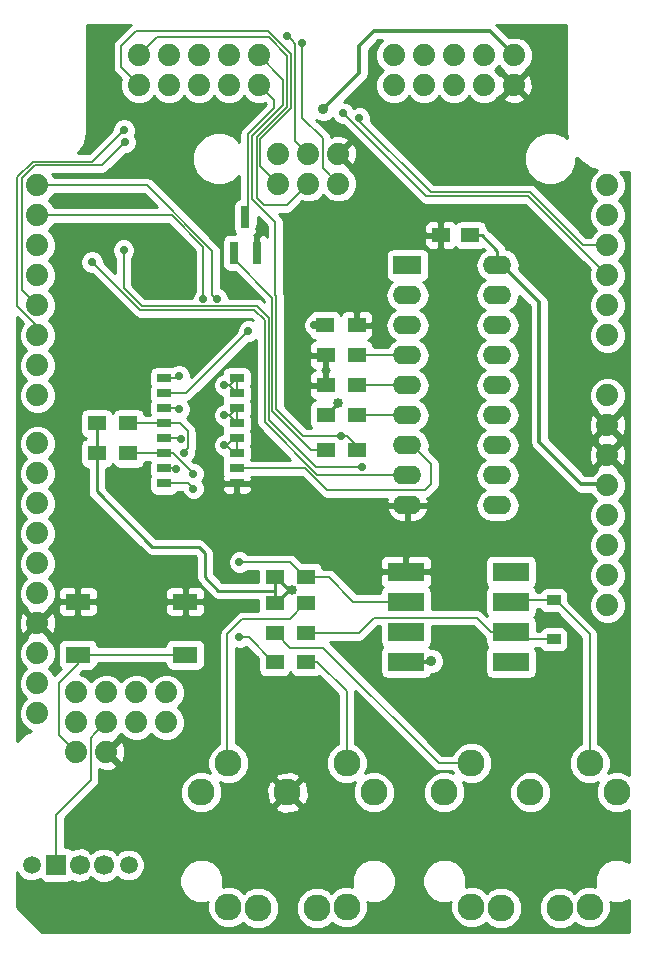
<source format=gtl>
G04 #@! TF.FileFunction,Copper,L1,Top,Signal*
%FSLAX46Y46*%
G04 Gerber Fmt 4.6, Leading zero omitted, Abs format (unit mm)*
G04 Created by KiCad (PCBNEW 4.0.7-e2-6376~58~ubuntu16.04.1) date Mon Aug 13 19:10:38 2018*
%MOMM*%
%LPD*%
G01*
G04 APERTURE LIST*
%ADD10C,0.100000*%
%ADD11C,1.879600*%
%ADD12R,1.250000X0.760000*%
%ADD13R,1.500000X1.250000*%
%ADD14R,1.200000X0.900000*%
%ADD15R,1.500000X1.300000*%
%ADD16R,2.100000X1.400000*%
%ADD17C,2.286000*%
%ADD18R,0.800000X1.900000*%
%ADD19R,3.100000X1.600000*%
%ADD20R,2.400000X1.600000*%
%ADD21O,2.400000X1.600000*%
%ADD22R,1.700000X1.700000*%
%ADD23C,1.700000*%
%ADD24C,1.500000*%
%ADD25C,0.850000*%
%ADD26C,0.900000*%
%ADD27C,0.700000*%
%ADD28C,0.250000*%
%ADD29C,0.275000*%
%ADD30C,0.325000*%
%ADD31C,0.300000*%
%ADD32C,0.152400*%
%ADD33C,0.254000*%
G04 APERTURE END LIST*
D10*
D11*
X159385000Y-41910000D03*
X159385000Y-39370000D03*
X161925000Y-41910000D03*
X161925000Y-39370000D03*
X164465000Y-41910000D03*
X164465000Y-39370000D03*
X167005000Y-41910000D03*
X167005000Y-39370000D03*
X169545000Y-41910000D03*
X169545000Y-39370000D03*
D12*
X167667000Y-75628500D03*
X161517000Y-66738500D03*
X167667000Y-74358500D03*
X161517000Y-68008500D03*
X167667000Y-73088500D03*
X161517000Y-69278500D03*
X167667000Y-71818500D03*
X161517000Y-70548500D03*
X167667000Y-70548500D03*
X161517000Y-71818500D03*
X167667000Y-69278500D03*
X161517000Y-73088500D03*
X167667000Y-68008500D03*
X161517000Y-74358500D03*
X167667000Y-66738500D03*
X161517000Y-75628500D03*
D13*
X187432000Y-54610000D03*
X184932000Y-54610000D03*
D14*
X194500500Y-88835500D03*
X194500500Y-85535500D03*
D15*
X170862000Y-88328500D03*
X173562000Y-88328500D03*
X173562000Y-83566000D03*
X170862000Y-83566000D03*
X173562000Y-85788500D03*
X170862000Y-85788500D03*
X173562000Y-90741500D03*
X170862000Y-90741500D03*
X177880000Y-64770000D03*
X175180000Y-64770000D03*
X177880000Y-67310000D03*
X175180000Y-67310000D03*
X175116500Y-62230000D03*
X177816500Y-62230000D03*
X175180000Y-72771000D03*
X177880000Y-72771000D03*
D16*
X163300000Y-85634000D03*
X163300000Y-90134000D03*
X154200000Y-90134000D03*
X154200000Y-85634000D03*
D15*
X155796000Y-73088500D03*
X158496000Y-73088500D03*
X155796000Y-70548500D03*
X158496000Y-70548500D03*
D11*
X180975000Y-41910000D03*
X180975000Y-39370000D03*
X183515000Y-41910000D03*
X183515000Y-39370000D03*
X186055000Y-41910000D03*
X186055000Y-39370000D03*
X188595000Y-41910000D03*
X188595000Y-39370000D03*
X191135000Y-41910000D03*
X191135000Y-39370000D03*
D17*
X199831960Y-101800660D03*
X192532000Y-101800660D03*
X185232040Y-101800660D03*
X197530720Y-99301300D03*
X187533280Y-99301300D03*
X187533280Y-111500920D03*
X197530720Y-111500920D03*
X190032000Y-111600000D03*
X195032000Y-111600000D03*
X179257960Y-101800660D03*
X171958000Y-101800660D03*
X164658040Y-101800660D03*
X176956720Y-99301300D03*
X166959280Y-99301300D03*
X166959280Y-111500920D03*
X176956720Y-111500920D03*
X169458000Y-111600000D03*
X174458000Y-111600000D03*
D18*
X167452000Y-56110000D03*
X169352000Y-56110000D03*
X168402000Y-53110000D03*
D15*
X175180000Y-69850000D03*
X177880000Y-69850000D03*
D19*
X190881000Y-90741500D03*
X181991000Y-83121500D03*
X190881000Y-88201500D03*
X181991000Y-85661500D03*
X190881000Y-85661500D03*
X181991000Y-88201500D03*
X190881000Y-83121500D03*
X181991000Y-90741500D03*
D20*
X182118000Y-57150000D03*
D21*
X189738000Y-77470000D03*
X182118000Y-59690000D03*
X189738000Y-74930000D03*
X182118000Y-62230000D03*
X189738000Y-72390000D03*
X182118000Y-64770000D03*
X189738000Y-69850000D03*
X182118000Y-67310000D03*
X189738000Y-67310000D03*
X182118000Y-69850000D03*
X189738000Y-64770000D03*
X182118000Y-72390000D03*
X189738000Y-62230000D03*
X182118000Y-74930000D03*
X189738000Y-59690000D03*
X182118000Y-77470000D03*
X189738000Y-57150000D03*
D22*
X152400000Y-107950000D03*
D23*
X154400000Y-107950000D03*
X156400000Y-107950000D03*
D24*
X150300000Y-107950000D03*
X158500000Y-107950000D03*
D11*
X176253500Y-47723000D03*
X176253500Y-50263000D03*
X173713500Y-47723000D03*
X173713500Y-50263000D03*
X171173500Y-47723000D03*
X171173500Y-50263000D03*
X199050000Y-78330000D03*
X199050000Y-75790000D03*
X199050000Y-63090000D03*
X199050000Y-60550000D03*
X199050000Y-58010000D03*
X199050000Y-55470000D03*
X199050000Y-52930000D03*
X199050000Y-50390000D03*
X150790000Y-90014000D03*
X150790000Y-55470000D03*
X150790000Y-58010000D03*
X150790000Y-60550000D03*
X150790000Y-63090000D03*
X150790000Y-65630000D03*
X150790000Y-68170000D03*
X150790000Y-72234000D03*
X150790000Y-74774000D03*
X150790000Y-77314000D03*
X150790000Y-79854000D03*
X150790000Y-82394000D03*
X150790000Y-84934000D03*
X199050000Y-73250000D03*
X199050000Y-70710000D03*
X150790000Y-87474000D03*
X199050000Y-83410000D03*
X199050000Y-85950000D03*
X199050000Y-80870000D03*
X150790000Y-50390000D03*
X150790000Y-95094000D03*
X150790000Y-92554000D03*
X150790000Y-52930000D03*
X199050000Y-68170000D03*
X154092000Y-93316000D03*
X156632000Y-93316000D03*
X159172000Y-93316000D03*
X161712000Y-93316000D03*
X154092000Y-95856000D03*
X156632000Y-95856000D03*
X159172000Y-95856000D03*
X161712000Y-95856000D03*
X154092000Y-98396000D03*
X156632000Y-98396000D03*
D25*
X172303819Y-84694209D03*
D26*
X184150000Y-90678000D03*
D25*
X176276000Y-68834000D03*
D26*
X175006000Y-43942000D03*
D27*
X176686854Y-44293146D03*
X178054000Y-44704000D03*
X158242000Y-46736000D03*
X158115000Y-45720000D03*
X162814000Y-69342000D03*
X171958000Y-37758621D03*
X162774379Y-66548000D03*
X162941000Y-71882000D03*
D25*
X153797000Y-64897000D03*
X163957000Y-50800000D03*
X159258000Y-51816000D03*
X153670000Y-51689000D03*
X153289000Y-54102000D03*
X169672000Y-54102000D03*
D27*
X173228000Y-38354000D03*
X165989000Y-60031390D03*
X167894008Y-82296000D03*
X164846000Y-60031390D03*
X167894000Y-88646000D03*
X163990788Y-76073000D03*
X163990790Y-74803000D03*
X163195000Y-73025000D03*
X176530000Y-71628000D03*
X158073800Y-55880000D03*
X178308000Y-74253800D03*
X162560000Y-74422000D03*
X155405643Y-56896001D03*
X168656000Y-62738000D03*
X174244000Y-62230000D03*
X166624000Y-72390000D03*
X166624000Y-69850000D03*
X166624000Y-67310000D03*
D28*
X170862000Y-84709000D02*
X166116000Y-84709000D01*
X166116000Y-84709000D02*
X164973000Y-83566000D01*
X164973000Y-83566000D02*
X164973000Y-81534000D01*
X164465000Y-81026000D02*
X160528000Y-81026000D01*
X155796000Y-76294000D02*
X155796000Y-73088500D01*
X164973000Y-81534000D02*
X164465000Y-81026000D01*
X160528000Y-81026000D02*
X155796000Y-76294000D01*
X170862000Y-84709000D02*
X170862000Y-83566000D01*
X170862000Y-85788500D02*
X170862000Y-84709000D01*
D29*
X172090209Y-84694209D02*
X172303819Y-84694209D01*
X172056291Y-84694209D02*
X172303819Y-84694209D01*
X170862000Y-83566000D02*
X170962000Y-83566000D01*
X170962000Y-83566000D02*
X172090209Y-84694209D01*
X170862000Y-85788500D02*
X170962000Y-85788500D01*
X170962000Y-85788500D02*
X172056291Y-84694209D01*
D30*
X184086500Y-90741500D02*
X184150000Y-90678000D01*
X181991000Y-90741500D02*
X184086500Y-90741500D01*
D31*
X189738000Y-57150000D02*
X190138000Y-57150000D01*
D30*
X196850000Y-75692000D02*
X198952000Y-75692000D01*
X193294000Y-72136000D02*
X196850000Y-75692000D01*
X193294000Y-60306000D02*
X193294000Y-72136000D01*
X190138000Y-57150000D02*
X193294000Y-60306000D01*
D31*
X198952000Y-75692000D02*
X199050000Y-75790000D01*
D28*
X155796000Y-70548500D02*
X155796000Y-73088500D01*
X175180000Y-69850000D02*
X175260000Y-69850000D01*
X175260000Y-69850000D02*
X176276000Y-68834000D01*
D31*
X175006000Y-43942000D02*
X178054000Y-40894000D01*
X179324000Y-37338000D02*
X189103000Y-37338000D01*
X189103000Y-37338000D02*
X191135000Y-39370000D01*
X178054000Y-38608000D02*
X179324000Y-37338000D01*
X178054000Y-40894000D02*
X178054000Y-38608000D01*
D28*
X187432000Y-54610000D02*
X188432000Y-54610000D01*
X188432000Y-54610000D02*
X189738000Y-55916000D01*
X189738000Y-55916000D02*
X189738000Y-56100000D01*
X189738000Y-56100000D02*
X189738000Y-57150000D01*
D32*
X183701708Y-51308000D02*
X192348000Y-51308000D01*
X192348000Y-51308000D02*
X199050000Y-58010000D01*
X176686854Y-44293146D02*
X183701708Y-51308000D01*
X184076590Y-50980590D02*
X178054000Y-44958000D01*
X178054000Y-44958000D02*
X178054000Y-44704000D01*
X192483617Y-50980590D02*
X184076590Y-50980590D01*
X196973026Y-55470000D02*
X192483617Y-50980590D01*
X199050000Y-55470000D02*
X196973026Y-55470000D01*
X157892001Y-47085999D02*
X158242000Y-46736000D01*
X156263589Y-48714411D02*
X157892001Y-47085999D01*
X150548591Y-48714411D02*
X156263589Y-48714411D01*
X149479000Y-49784002D02*
X150548591Y-48714411D01*
X149479000Y-59239000D02*
X149479000Y-49784002D01*
X150790000Y-60550000D02*
X149479000Y-59239000D01*
X150790000Y-63090000D02*
X150790000Y-62312682D01*
X150412974Y-48387000D02*
X155448000Y-48387000D01*
X150790000Y-62312682D02*
X149098000Y-60620682D01*
X149098000Y-60620682D02*
X149098000Y-49701974D01*
X149098000Y-49701974D02*
X150412974Y-48387000D01*
X155448000Y-48387000D02*
X158115000Y-45720000D01*
X161517000Y-69278500D02*
X162750500Y-69278500D01*
X162750500Y-69278500D02*
X162814000Y-69342000D01*
X172307999Y-38108620D02*
X171958000Y-37758621D01*
X172593000Y-38393621D02*
X172307999Y-38108620D01*
X172593000Y-46602500D02*
X172593000Y-38393621D01*
X173713500Y-47723000D02*
X172593000Y-46602500D01*
X162583879Y-66738500D02*
X162774379Y-66548000D01*
X161517000Y-66738500D02*
X162583879Y-66738500D01*
X171173500Y-50263000D02*
X169672001Y-48761501D01*
X169672001Y-48761501D02*
X169672001Y-46455555D01*
X169672001Y-46455555D02*
X172265589Y-43861969D01*
X172265589Y-43861969D02*
X172265589Y-39278060D01*
X159131000Y-37338000D02*
X157861000Y-38608000D01*
X172265589Y-39278060D02*
X170325529Y-37338000D01*
X170325529Y-37338000D02*
X159131000Y-37338000D01*
X157861000Y-38608000D02*
X157861000Y-40386000D01*
X157861000Y-40386000D02*
X158445201Y-40970201D01*
X158445201Y-40970201D02*
X159385000Y-41910000D01*
X161517000Y-71818500D02*
X162877500Y-71818500D01*
X162877500Y-71818500D02*
X162941000Y-71882000D01*
X173713500Y-50263000D02*
X171906500Y-52070000D01*
X171906500Y-52070000D02*
X169989500Y-52070000D01*
X160909000Y-37846000D02*
X160324799Y-38430201D01*
X169989500Y-52070000D02*
X169344590Y-51425090D01*
X169344590Y-51425090D02*
X169344590Y-46319937D01*
X169344590Y-46319937D02*
X171938178Y-43726351D01*
X170370500Y-37846000D02*
X160909000Y-37846000D01*
X171938178Y-43726351D02*
X171938178Y-39413678D01*
X160324799Y-38430201D02*
X159385000Y-39370000D01*
X171938178Y-39413678D02*
X170370500Y-37846000D01*
D28*
X153797000Y-64897000D02*
X153797000Y-55372000D01*
X153797000Y-75946000D02*
X153797000Y-64897000D01*
X153670000Y-51689000D02*
X159131000Y-51689000D01*
X159131000Y-51689000D02*
X159258000Y-51816000D01*
X153797000Y-55372000D02*
X153289000Y-54864000D01*
X153289000Y-54864000D02*
X153289000Y-54102000D01*
X154200000Y-76349000D02*
X153797000Y-75946000D01*
X154200000Y-85634000D02*
X154200000Y-76349000D01*
X169672000Y-54590000D02*
X169672000Y-54102000D01*
X169352000Y-56110000D02*
X169352000Y-54910000D01*
X169352000Y-54910000D02*
X169672000Y-54590000D01*
X182118000Y-77470000D02*
X184150000Y-77470000D01*
X184150000Y-77470000D02*
X184932000Y-76688000D01*
X184932000Y-76688000D02*
X184932000Y-54610000D01*
D32*
X173228000Y-44704000D02*
X173228000Y-38848974D01*
X174942500Y-46418500D02*
X173228000Y-44704000D01*
X174942500Y-48952000D02*
X174942500Y-46418500D01*
X176253500Y-50263000D02*
X174942500Y-48952000D01*
X173228000Y-38848974D02*
X173228000Y-38354000D01*
X152400000Y-107950000D02*
X152400000Y-103695500D01*
X155321000Y-97167000D02*
X155692201Y-96795799D01*
X152400000Y-103695500D02*
X155321000Y-100774500D01*
X155321000Y-100774500D02*
X155321000Y-97167000D01*
X155692201Y-96795799D02*
X156632000Y-95856000D01*
X165608000Y-55924973D02*
X165608000Y-59650390D01*
X165608000Y-59650390D02*
X165989000Y-60031390D01*
X150790000Y-50390000D02*
X160073027Y-50390000D01*
X160073027Y-50390000D02*
X165608000Y-55924973D01*
X168432823Y-82296000D02*
X167894008Y-82296000D01*
X172192000Y-82296000D02*
X168432823Y-82296000D01*
X173462000Y-83566000D02*
X172192000Y-82296000D01*
X173562000Y-83566000D02*
X173462000Y-83566000D01*
X175450500Y-83566000D02*
X177546000Y-85661500D01*
X177546000Y-85661500D02*
X181991000Y-85661500D01*
X173562000Y-83566000D02*
X175450500Y-83566000D01*
X164846000Y-60031390D02*
X164846000Y-55626000D01*
X164846000Y-55626000D02*
X162150000Y-52930000D01*
X162150000Y-52930000D02*
X150790000Y-52930000D01*
X168666500Y-88646000D02*
X167894000Y-88646000D01*
X170762000Y-90741500D02*
X168666500Y-88646000D01*
X170862000Y-90741500D02*
X170762000Y-90741500D01*
X194500500Y-85535500D02*
X194650500Y-85535500D01*
X194650500Y-85535500D02*
X197530720Y-88415720D01*
X197530720Y-88415720D02*
X197530720Y-99301300D01*
X194500500Y-85535500D02*
X191007000Y-85535500D01*
X191007000Y-85535500D02*
X190881000Y-85661500D01*
X163640789Y-75723001D02*
X163990788Y-76073000D01*
X163546288Y-75628500D02*
X163640789Y-75723001D01*
X161517000Y-75628500D02*
X163546288Y-75628500D01*
X173463471Y-74358500D02*
X168444400Y-74358500D01*
X175304971Y-76200000D02*
X173463471Y-74358500D01*
X183642000Y-76200000D02*
X175304971Y-76200000D01*
X184150000Y-75692000D02*
X183642000Y-76200000D01*
X182518000Y-72390000D02*
X184150000Y-74022000D01*
X182118000Y-72390000D02*
X182518000Y-72390000D01*
X168444400Y-74358500D02*
X167667000Y-74358500D01*
X184150000Y-74022000D02*
X184150000Y-75692000D01*
X181718000Y-72390000D02*
X182118000Y-72390000D01*
X163990790Y-74784890D02*
X163990790Y-74803000D01*
X162294400Y-73088500D02*
X163990790Y-74784890D01*
X161517000Y-73088500D02*
X162294400Y-73088500D01*
X158496000Y-73088500D02*
X161517000Y-73088500D01*
X161517000Y-70548500D02*
X162878278Y-70548500D01*
X163544999Y-71215221D02*
X163544999Y-72675001D01*
X162878278Y-70548500D02*
X163544999Y-71215221D01*
X163544999Y-72675001D02*
X163195000Y-73025000D01*
X158496000Y-70548500D02*
X158596000Y-70548500D01*
X158496000Y-70548500D02*
X161517000Y-70548500D01*
X177880000Y-67310000D02*
X182118000Y-67310000D01*
X181864000Y-67056000D02*
X182118000Y-67310000D01*
X177880000Y-64770000D02*
X178782400Y-64770000D01*
X178782400Y-64770000D02*
X182118000Y-64770000D01*
X152590500Y-92516182D02*
X152590500Y-96894500D01*
X152590500Y-96894500D02*
X154092000Y-98396000D01*
X154200000Y-90134000D02*
X154200000Y-90906682D01*
X154200000Y-90906682D02*
X152590500Y-92516182D01*
X154200000Y-90134000D02*
X163300000Y-90134000D01*
X173562000Y-88328500D02*
X177990500Y-88328500D01*
X177990500Y-88328500D02*
X179324000Y-86995000D01*
X179324000Y-86995000D02*
X187972100Y-86995000D01*
X187972100Y-86995000D02*
X189178600Y-88201500D01*
X189178600Y-88201500D02*
X190881000Y-88201500D01*
X194500500Y-88835500D02*
X191515000Y-88835500D01*
X191515000Y-88835500D02*
X190881000Y-88201500D01*
X175006000Y-89535000D02*
X184772300Y-99301300D01*
X184772300Y-99301300D02*
X187533280Y-99301300D01*
X172168500Y-89535000D02*
X175006000Y-89535000D01*
X170862000Y-88328500D02*
X170962000Y-88328500D01*
X170962000Y-88328500D02*
X172168500Y-89535000D01*
X173562000Y-90741500D02*
X174464400Y-90741500D01*
X174464400Y-90741500D02*
X176956720Y-93233820D01*
X176956720Y-93233820D02*
X176956720Y-97684854D01*
X176956720Y-97684854D02*
X176956720Y-99301300D01*
X173562000Y-85788500D02*
X173462000Y-85788500D01*
X173462000Y-85788500D02*
X172128500Y-87122000D01*
X172128500Y-87122000D02*
X168148000Y-87122000D01*
X168148000Y-87122000D02*
X166878000Y-88392000D01*
X166878000Y-88392000D02*
X166878000Y-99220020D01*
X166878000Y-99220020D02*
X166959280Y-99301300D01*
X171015411Y-59760382D02*
X171015411Y-69351910D01*
X168973500Y-51562000D02*
X170942000Y-53530500D01*
X171015411Y-69351910D02*
X173291501Y-71628000D01*
X171610767Y-41435767D02*
X171610767Y-43590733D01*
X171610767Y-43590733D02*
X168973500Y-46228000D01*
X169545000Y-39370000D02*
X171610767Y-41435767D01*
X173291501Y-71628000D02*
X176035026Y-71628000D01*
X170942000Y-59686971D02*
X171015411Y-59760382D01*
X170942000Y-53530500D02*
X170942000Y-59686971D01*
X176035026Y-71628000D02*
X176530000Y-71628000D01*
X168973500Y-46228000D02*
X168973500Y-51562000D01*
X176530000Y-71628000D02*
X177038000Y-71628000D01*
X177880000Y-72470000D02*
X177880000Y-72771000D01*
X177038000Y-71628000D02*
X177880000Y-72470000D01*
X168402000Y-53110000D02*
X168592500Y-52919500D01*
X168592500Y-52919500D02*
X168592500Y-46037500D01*
X168592500Y-46037500D02*
X170815000Y-43815000D01*
X170815000Y-43815000D02*
X170815000Y-43180000D01*
X170815000Y-43180000D02*
X169545000Y-41910000D01*
X158073800Y-55880000D02*
X158073800Y-59101132D01*
X158073800Y-59101132D02*
X159605258Y-60632590D01*
X159605258Y-60632590D02*
X169344590Y-60632590D01*
X169344590Y-60632590D02*
X170360590Y-61648590D01*
X170360590Y-61648590D02*
X170360590Y-70284590D01*
X170360590Y-70284590D02*
X174329800Y-74253800D01*
X174329800Y-74253800D02*
X177706960Y-74253800D01*
X177706960Y-74253800D02*
X178308000Y-74253800D01*
X161517000Y-74358500D02*
X162496500Y-74358500D01*
X162496500Y-74358500D02*
X162560000Y-74422000D01*
X161453500Y-74422000D02*
X161517000Y-74358500D01*
X155405643Y-56896001D02*
X159469642Y-60960000D01*
X177546000Y-74930000D02*
X182118000Y-74930000D01*
X159469642Y-60960000D02*
X169164000Y-60960000D01*
X169164000Y-60960000D02*
X170019200Y-61815200D01*
X170019200Y-61815200D02*
X170019200Y-70451200D01*
X170019200Y-70451200D02*
X174498000Y-74930000D01*
X174498000Y-74930000D02*
X177546000Y-74930000D01*
X168306001Y-63087999D02*
X168656000Y-62738000D01*
X163385500Y-68008500D02*
X168306001Y-63087999D01*
X161517000Y-68008500D02*
X163385500Y-68008500D01*
X174244000Y-62230000D02*
X175116500Y-62230000D01*
X175180000Y-72771000D02*
X173971473Y-72771000D01*
X173971473Y-72771000D02*
X170688000Y-69487527D01*
X170688000Y-69487527D02*
X170688000Y-59896000D01*
X170688000Y-59896000D02*
X167452000Y-56660000D01*
X167452000Y-56660000D02*
X167452000Y-56110000D01*
X177880000Y-69850000D02*
X182118000Y-69850000D01*
X167422000Y-73088500D02*
X166723500Y-72390000D01*
X166723500Y-72390000D02*
X166624000Y-72390000D01*
X167667000Y-73088500D02*
X167422000Y-73088500D01*
X167422000Y-71818500D02*
X166850500Y-72390000D01*
X166850500Y-72390000D02*
X166624000Y-72390000D01*
X167667000Y-71818500D02*
X167422000Y-71818500D01*
X167667000Y-71818500D02*
X167667000Y-73088500D01*
X166624000Y-69850000D02*
X166968500Y-69850000D01*
X166968500Y-69850000D02*
X167667000Y-70548500D01*
X166624000Y-69850000D02*
X167095500Y-69850000D01*
X167095500Y-69850000D02*
X167667000Y-69278500D01*
X167667000Y-69278500D02*
X167667000Y-70548500D01*
X166624000Y-67310000D02*
X166968500Y-67310000D01*
X166968500Y-67310000D02*
X167667000Y-68008500D01*
X166624000Y-67310000D02*
X167095500Y-67310000D01*
X167095500Y-67310000D02*
X167667000Y-66738500D01*
X167667000Y-68008500D02*
X167667000Y-66738500D01*
D33*
G36*
X164134800Y-55920589D02*
X164134800Y-59349564D01*
X164011445Y-59472704D01*
X163861172Y-59834602D01*
X163861096Y-59921390D01*
X159899847Y-59921390D01*
X158785000Y-58806544D01*
X158785000Y-56561826D01*
X158908355Y-56438686D01*
X159058628Y-56076788D01*
X159058970Y-55684931D01*
X158909329Y-55322771D01*
X158632486Y-55045445D01*
X158270588Y-54895172D01*
X157878731Y-54894830D01*
X157516571Y-55044471D01*
X157239245Y-55321314D01*
X157088972Y-55683212D01*
X157088630Y-56075069D01*
X157238271Y-56437229D01*
X157362600Y-56561775D01*
X157362600Y-57847170D01*
X156390661Y-56875231D01*
X156390813Y-56700932D01*
X156241172Y-56338772D01*
X155964329Y-56061446D01*
X155602431Y-55911173D01*
X155210574Y-55910831D01*
X154848414Y-56060472D01*
X154571088Y-56337315D01*
X154420815Y-56699213D01*
X154420473Y-57091070D01*
X154570114Y-57453230D01*
X154846957Y-57730556D01*
X155208855Y-57880829D01*
X155384836Y-57880983D01*
X158966748Y-61462895D01*
X159142009Y-61580000D01*
X159197478Y-61617063D01*
X159469642Y-61671200D01*
X168869412Y-61671200D01*
X169021395Y-61823184D01*
X168852788Y-61753172D01*
X168460931Y-61752830D01*
X168098771Y-61902471D01*
X167821445Y-62179314D01*
X167671172Y-62541212D01*
X167671018Y-62717193D01*
X163759308Y-66628904D01*
X163759549Y-66352931D01*
X163609908Y-65990771D01*
X163333065Y-65713445D01*
X162971167Y-65563172D01*
X162579310Y-65562830D01*
X162217150Y-65712471D01*
X162205651Y-65723950D01*
X162142000Y-65711060D01*
X160892000Y-65711060D01*
X160656683Y-65755338D01*
X160440559Y-65894410D01*
X160295569Y-66106610D01*
X160244560Y-66358500D01*
X160244560Y-67118500D01*
X160288838Y-67353817D01*
X160299656Y-67370629D01*
X160295569Y-67376610D01*
X160244560Y-67628500D01*
X160244560Y-68388500D01*
X160288838Y-68623817D01*
X160299656Y-68640629D01*
X160295569Y-68646610D01*
X160244560Y-68898500D01*
X160244560Y-69658500D01*
X160278204Y-69837300D01*
X159881924Y-69837300D01*
X159849162Y-69663183D01*
X159710090Y-69447059D01*
X159497890Y-69302069D01*
X159246000Y-69251060D01*
X157746000Y-69251060D01*
X157510683Y-69295338D01*
X157294559Y-69434410D01*
X157149569Y-69646610D01*
X157146919Y-69659697D01*
X157010090Y-69447059D01*
X156797890Y-69302069D01*
X156546000Y-69251060D01*
X155046000Y-69251060D01*
X154810683Y-69295338D01*
X154594559Y-69434410D01*
X154449569Y-69646610D01*
X154398560Y-69898500D01*
X154398560Y-71198500D01*
X154442838Y-71433817D01*
X154581910Y-71649941D01*
X154794110Y-71794931D01*
X154905523Y-71817493D01*
X154810683Y-71835338D01*
X154594559Y-71974410D01*
X154449569Y-72186610D01*
X154398560Y-72438500D01*
X154398560Y-73738500D01*
X154442838Y-73973817D01*
X154581910Y-74189941D01*
X154794110Y-74334931D01*
X155036000Y-74383915D01*
X155036000Y-76294000D01*
X155093852Y-76584839D01*
X155258599Y-76831401D01*
X159990599Y-81563401D01*
X160237161Y-81728148D01*
X160528000Y-81786000D01*
X164150198Y-81786000D01*
X164213000Y-81848802D01*
X164213000Y-83566000D01*
X164270852Y-83856839D01*
X164435599Y-84103401D01*
X165578599Y-85246401D01*
X165825161Y-85411148D01*
X166116000Y-85469000D01*
X169464560Y-85469000D01*
X169464560Y-86410800D01*
X168148000Y-86410800D01*
X167920990Y-86455955D01*
X167875835Y-86464937D01*
X167645105Y-86619106D01*
X166375106Y-87889106D01*
X166220937Y-88119835D01*
X166209280Y-88178437D01*
X166166800Y-88392000D01*
X166166800Y-97704947D01*
X165953440Y-97793106D01*
X165452844Y-98292829D01*
X165181589Y-98946082D01*
X165180972Y-99653414D01*
X165400028Y-100183570D01*
X165013258Y-100022969D01*
X164305926Y-100022352D01*
X163652200Y-100292466D01*
X163151604Y-100792189D01*
X162880349Y-101445442D01*
X162879732Y-102152774D01*
X163149846Y-102806500D01*
X163649569Y-103307096D01*
X164302822Y-103578351D01*
X165010154Y-103578968D01*
X165663880Y-103308854D01*
X165916551Y-103056623D01*
X170881642Y-103056623D01*
X170997806Y-103338318D01*
X171659333Y-103588722D01*
X172366329Y-103566909D01*
X172918194Y-103338318D01*
X173034358Y-103056623D01*
X171958000Y-101980265D01*
X170881642Y-103056623D01*
X165916551Y-103056623D01*
X166164476Y-102809131D01*
X166435731Y-102155878D01*
X166436301Y-101501993D01*
X170169938Y-101501993D01*
X170191751Y-102208989D01*
X170420342Y-102760854D01*
X170702037Y-102877018D01*
X171778395Y-101800660D01*
X172137605Y-101800660D01*
X173213963Y-102877018D01*
X173495658Y-102760854D01*
X173746062Y-102099327D01*
X173724249Y-101392331D01*
X173495658Y-100840466D01*
X173213963Y-100724302D01*
X172137605Y-101800660D01*
X171778395Y-101800660D01*
X170702037Y-100724302D01*
X170420342Y-100840466D01*
X170169938Y-101501993D01*
X166436301Y-101501993D01*
X166436348Y-101448546D01*
X166217292Y-100918390D01*
X166604062Y-101078991D01*
X167311394Y-101079608D01*
X167965120Y-100809494D01*
X168230379Y-100544697D01*
X170881642Y-100544697D01*
X171958000Y-101621055D01*
X173034358Y-100544697D01*
X172918194Y-100263002D01*
X172256667Y-100012598D01*
X171549671Y-100034411D01*
X170997806Y-100263002D01*
X170881642Y-100544697D01*
X168230379Y-100544697D01*
X168465716Y-100309771D01*
X168736971Y-99656518D01*
X168737588Y-98949186D01*
X168467474Y-98295460D01*
X167967751Y-97794864D01*
X167589200Y-97637676D01*
X167589200Y-89585978D01*
X167697212Y-89630828D01*
X168089069Y-89631170D01*
X168451229Y-89481529D01*
X168473755Y-89459043D01*
X169464560Y-90449849D01*
X169464560Y-91391500D01*
X169508838Y-91626817D01*
X169647910Y-91842941D01*
X169860110Y-91987931D01*
X170112000Y-92038940D01*
X171612000Y-92038940D01*
X171847317Y-91994662D01*
X172063441Y-91855590D01*
X172208431Y-91643390D01*
X172211081Y-91630303D01*
X172347910Y-91842941D01*
X172560110Y-91987931D01*
X172812000Y-92038940D01*
X174312000Y-92038940D01*
X174547317Y-91994662D01*
X174647383Y-91930271D01*
X176245520Y-93528409D01*
X176245520Y-97671363D01*
X175950880Y-97793106D01*
X175450284Y-98292829D01*
X175179029Y-98946082D01*
X175178412Y-99653414D01*
X175448526Y-100307140D01*
X175948249Y-100807736D01*
X176601502Y-101078991D01*
X177308834Y-101079608D01*
X177699143Y-100918336D01*
X177480269Y-101445442D01*
X177479652Y-102152774D01*
X177749766Y-102806500D01*
X178249489Y-103307096D01*
X178902742Y-103578351D01*
X179610074Y-103578968D01*
X180263800Y-103308854D01*
X180764396Y-102809131D01*
X181035651Y-102155878D01*
X181036268Y-101448546D01*
X180766154Y-100794820D01*
X180266431Y-100294224D01*
X179613178Y-100022969D01*
X178905846Y-100022352D01*
X178515537Y-100183624D01*
X178734411Y-99656518D01*
X178735028Y-98949186D01*
X178464914Y-98295460D01*
X177965191Y-97794864D01*
X177667920Y-97671426D01*
X177667920Y-93233820D01*
X177660195Y-93194983D01*
X184269406Y-99804194D01*
X184500135Y-99958363D01*
X184772300Y-100012500D01*
X185903343Y-100012500D01*
X185974028Y-100183570D01*
X185587258Y-100022969D01*
X184879926Y-100022352D01*
X184226200Y-100292466D01*
X183725604Y-100792189D01*
X183454349Y-101445442D01*
X183453732Y-102152774D01*
X183723846Y-102806500D01*
X184223569Y-103307096D01*
X184876822Y-103578351D01*
X185584154Y-103578968D01*
X186237880Y-103308854D01*
X186738476Y-102809131D01*
X187009731Y-102155878D01*
X187009733Y-102152774D01*
X190753692Y-102152774D01*
X191023806Y-102806500D01*
X191523529Y-103307096D01*
X192176782Y-103578351D01*
X192884114Y-103578968D01*
X193537840Y-103308854D01*
X194038436Y-102809131D01*
X194309691Y-102155878D01*
X194310308Y-101448546D01*
X194040194Y-100794820D01*
X193540471Y-100294224D01*
X192887218Y-100022969D01*
X192179886Y-100022352D01*
X191526160Y-100292466D01*
X191025564Y-100792189D01*
X190754309Y-101445442D01*
X190753692Y-102152774D01*
X187009733Y-102152774D01*
X187010348Y-101448546D01*
X186791292Y-100918390D01*
X187178062Y-101078991D01*
X187885394Y-101079608D01*
X188539120Y-100809494D01*
X189039716Y-100309771D01*
X189310971Y-99656518D01*
X189311588Y-98949186D01*
X189041474Y-98295460D01*
X188541751Y-97794864D01*
X187888498Y-97523609D01*
X187181166Y-97522992D01*
X186527440Y-97793106D01*
X186026844Y-98292829D01*
X185903406Y-98590100D01*
X185066888Y-98590100D01*
X175516488Y-89039700D01*
X177990500Y-89039700D01*
X178262665Y-88985563D01*
X178493394Y-88831394D01*
X179618588Y-87706200D01*
X179793560Y-87706200D01*
X179793560Y-89001500D01*
X179837838Y-89236817D01*
X179976910Y-89452941D01*
X180001488Y-89469734D01*
X179989559Y-89477410D01*
X179844569Y-89689610D01*
X179793560Y-89941500D01*
X179793560Y-91541500D01*
X179837838Y-91776817D01*
X179976910Y-91992941D01*
X180189110Y-92137931D01*
X180441000Y-92188940D01*
X183541000Y-92188940D01*
X183776317Y-92144662D01*
X183992441Y-92005590D01*
X184137431Y-91793390D01*
X184143586Y-91762995D01*
X184364873Y-91763188D01*
X184763800Y-91598354D01*
X185069282Y-91293405D01*
X185234811Y-90894767D01*
X185235188Y-90463127D01*
X185070354Y-90064200D01*
X184765405Y-89758718D01*
X184366767Y-89593189D01*
X184071286Y-89592931D01*
X184005090Y-89490059D01*
X183980512Y-89473266D01*
X183992441Y-89465590D01*
X184137431Y-89253390D01*
X184188440Y-89001500D01*
X184188440Y-87706200D01*
X187677512Y-87706200D01*
X188675706Y-88704395D01*
X188683560Y-88709643D01*
X188683560Y-89001500D01*
X188727838Y-89236817D01*
X188866910Y-89452941D01*
X188891488Y-89469734D01*
X188879559Y-89477410D01*
X188734569Y-89689610D01*
X188683560Y-89941500D01*
X188683560Y-91541500D01*
X188727838Y-91776817D01*
X188866910Y-91992941D01*
X189079110Y-92137931D01*
X189331000Y-92188940D01*
X192431000Y-92188940D01*
X192666317Y-92144662D01*
X192882441Y-92005590D01*
X193027431Y-91793390D01*
X193078440Y-91541500D01*
X193078440Y-89941500D01*
X193034162Y-89706183D01*
X192931537Y-89546700D01*
X193313993Y-89546700D01*
X193436410Y-89736941D01*
X193648610Y-89881931D01*
X193900500Y-89932940D01*
X195100500Y-89932940D01*
X195335817Y-89888662D01*
X195551941Y-89749590D01*
X195696931Y-89537390D01*
X195747940Y-89285500D01*
X195747940Y-88385500D01*
X195703662Y-88150183D01*
X195564590Y-87934059D01*
X195352390Y-87789069D01*
X195100500Y-87738060D01*
X193900500Y-87738060D01*
X193665183Y-87782338D01*
X193449059Y-87921410D01*
X193310430Y-88124300D01*
X193078440Y-88124300D01*
X193078440Y-87401500D01*
X193034162Y-87166183D01*
X192895090Y-86950059D01*
X192870512Y-86933266D01*
X192882441Y-86925590D01*
X193027431Y-86713390D01*
X193078440Y-86461500D01*
X193078440Y-86246700D01*
X193313993Y-86246700D01*
X193436410Y-86436941D01*
X193648610Y-86581931D01*
X193900500Y-86632940D01*
X194742152Y-86632940D01*
X196819520Y-88710308D01*
X196819520Y-97671363D01*
X196524880Y-97793106D01*
X196024284Y-98292829D01*
X195753029Y-98946082D01*
X195752412Y-99653414D01*
X196022526Y-100307140D01*
X196522249Y-100807736D01*
X197175502Y-101078991D01*
X197882834Y-101079608D01*
X198273143Y-100918336D01*
X198054269Y-101445442D01*
X198053652Y-102152774D01*
X198323766Y-102806500D01*
X198823489Y-103307096D01*
X199476742Y-103578351D01*
X200184074Y-103578968D01*
X200837800Y-103308854D01*
X200839000Y-103307656D01*
X200839000Y-107704165D01*
X200203600Y-107440323D01*
X199463646Y-107439677D01*
X198779771Y-107722249D01*
X198256088Y-108245019D01*
X197972323Y-108928400D01*
X197971677Y-109668354D01*
X198016804Y-109777569D01*
X197885938Y-109723229D01*
X197178606Y-109722612D01*
X196524880Y-109992726D01*
X196231834Y-110285261D01*
X196040471Y-110093564D01*
X195387218Y-109822309D01*
X194679886Y-109821692D01*
X194026160Y-110091806D01*
X193525564Y-110591529D01*
X193254309Y-111244782D01*
X193253692Y-111952114D01*
X193523806Y-112605840D01*
X194023529Y-113106436D01*
X194676782Y-113377691D01*
X195384114Y-113378308D01*
X196037840Y-113108194D01*
X196330886Y-112815659D01*
X196522249Y-113007356D01*
X197175502Y-113278611D01*
X197882834Y-113279228D01*
X198536560Y-113009114D01*
X199037156Y-112509391D01*
X199308411Y-111856138D01*
X199309028Y-111148806D01*
X199283100Y-111086056D01*
X199460400Y-111159677D01*
X200200354Y-111160323D01*
X200839000Y-110896439D01*
X200839000Y-113590000D01*
X151170091Y-113590000D01*
X149046000Y-111465908D01*
X149046000Y-109668354D01*
X162797677Y-109668354D01*
X163080249Y-110352229D01*
X163603019Y-110875912D01*
X164286400Y-111159677D01*
X165026354Y-111160323D01*
X165206411Y-111085925D01*
X165181589Y-111145702D01*
X165180972Y-111853034D01*
X165451086Y-112506760D01*
X165950809Y-113007356D01*
X166604062Y-113278611D01*
X167311394Y-113279228D01*
X167965120Y-113009114D01*
X168159086Y-112815486D01*
X168449529Y-113106436D01*
X169102782Y-113377691D01*
X169810114Y-113378308D01*
X170463840Y-113108194D01*
X170964436Y-112608471D01*
X171235691Y-111955218D01*
X171235693Y-111952114D01*
X172679692Y-111952114D01*
X172949806Y-112605840D01*
X173449529Y-113106436D01*
X174102782Y-113377691D01*
X174810114Y-113378308D01*
X175463840Y-113108194D01*
X175756886Y-112815659D01*
X175948249Y-113007356D01*
X176601502Y-113278611D01*
X177308834Y-113279228D01*
X177962560Y-113009114D01*
X178463156Y-112509391D01*
X178734411Y-111856138D01*
X178735028Y-111148806D01*
X178709100Y-111086056D01*
X178886400Y-111159677D01*
X179626354Y-111160323D01*
X180310229Y-110877751D01*
X180833912Y-110354981D01*
X181117677Y-109671600D01*
X181117679Y-109668354D01*
X183371677Y-109668354D01*
X183654249Y-110352229D01*
X184177019Y-110875912D01*
X184860400Y-111159677D01*
X185600354Y-111160323D01*
X185780411Y-111085925D01*
X185755589Y-111145702D01*
X185754972Y-111853034D01*
X186025086Y-112506760D01*
X186524809Y-113007356D01*
X187178062Y-113278611D01*
X187885394Y-113279228D01*
X188539120Y-113009114D01*
X188733086Y-112815486D01*
X189023529Y-113106436D01*
X189676782Y-113377691D01*
X190384114Y-113378308D01*
X191037840Y-113108194D01*
X191538436Y-112608471D01*
X191809691Y-111955218D01*
X191810308Y-111247886D01*
X191540194Y-110594160D01*
X191040471Y-110093564D01*
X190387218Y-109822309D01*
X189679886Y-109821692D01*
X189026160Y-110091806D01*
X188832194Y-110285434D01*
X188541751Y-109994484D01*
X187888498Y-109723229D01*
X187181166Y-109722612D01*
X187047574Y-109777811D01*
X187091677Y-109671600D01*
X187092323Y-108931646D01*
X186809751Y-108247771D01*
X186286981Y-107724088D01*
X185603600Y-107440323D01*
X184863646Y-107439677D01*
X184179771Y-107722249D01*
X183656088Y-108245019D01*
X183372323Y-108928400D01*
X183371677Y-109668354D01*
X181117679Y-109668354D01*
X181118323Y-108931646D01*
X180835751Y-108247771D01*
X180312981Y-107724088D01*
X179629600Y-107440323D01*
X178889646Y-107439677D01*
X178205771Y-107722249D01*
X177682088Y-108245019D01*
X177398323Y-108928400D01*
X177397677Y-109668354D01*
X177442804Y-109777569D01*
X177311938Y-109723229D01*
X176604606Y-109722612D01*
X175950880Y-109992726D01*
X175657834Y-110285261D01*
X175466471Y-110093564D01*
X174813218Y-109822309D01*
X174105886Y-109821692D01*
X173452160Y-110091806D01*
X172951564Y-110591529D01*
X172680309Y-111244782D01*
X172679692Y-111952114D01*
X171235693Y-111952114D01*
X171236308Y-111247886D01*
X170966194Y-110594160D01*
X170466471Y-110093564D01*
X169813218Y-109822309D01*
X169105886Y-109821692D01*
X168452160Y-110091806D01*
X168258194Y-110285434D01*
X167967751Y-109994484D01*
X167314498Y-109723229D01*
X166607166Y-109722612D01*
X166473574Y-109777811D01*
X166517677Y-109671600D01*
X166518323Y-108931646D01*
X166235751Y-108247771D01*
X165712981Y-107724088D01*
X165029600Y-107440323D01*
X164289646Y-107439677D01*
X163605771Y-107722249D01*
X163082088Y-108245019D01*
X162798323Y-108928400D01*
X162797677Y-109668354D01*
X149046000Y-109668354D01*
X149046000Y-108541911D01*
X149125169Y-108733515D01*
X149514436Y-109123461D01*
X150023298Y-109334759D01*
X150574285Y-109335240D01*
X151021048Y-109150642D01*
X151085910Y-109251441D01*
X151298110Y-109396431D01*
X151550000Y-109447440D01*
X153250000Y-109447440D01*
X153485317Y-109403162D01*
X153689324Y-109271887D01*
X154171279Y-109446718D01*
X154761458Y-109420315D01*
X155184080Y-109245259D01*
X155264352Y-108993960D01*
X155379062Y-109108670D01*
X155418752Y-109068980D01*
X155557717Y-109208188D01*
X156103319Y-109434742D01*
X156694089Y-109435257D01*
X157240086Y-109209656D01*
X157520772Y-108929459D01*
X157714436Y-109123461D01*
X158223298Y-109334759D01*
X158774285Y-109335240D01*
X159283515Y-109124831D01*
X159673461Y-108735564D01*
X159884759Y-108226702D01*
X159885240Y-107675715D01*
X159674831Y-107166485D01*
X159285564Y-106776539D01*
X158776702Y-106565241D01*
X158225715Y-106564760D01*
X157716485Y-106775169D01*
X157520649Y-106970664D01*
X157242283Y-106691812D01*
X156696681Y-106465258D01*
X156105911Y-106464743D01*
X155559914Y-106690344D01*
X155418872Y-106831140D01*
X155379062Y-106791330D01*
X155264352Y-106906040D01*
X155184080Y-106654741D01*
X154628721Y-106453282D01*
X154038542Y-106479685D01*
X153682671Y-106627092D01*
X153501890Y-106503569D01*
X153250000Y-106452560D01*
X153111200Y-106452560D01*
X153111200Y-103990088D01*
X155823894Y-101277394D01*
X155978063Y-101046665D01*
X156032200Y-100774500D01*
X156032200Y-99853312D01*
X156381833Y-99982045D01*
X157007828Y-99957049D01*
X157470077Y-99765580D01*
X157561363Y-99504968D01*
X156632000Y-98575605D01*
X156617858Y-98589748D01*
X156438253Y-98410143D01*
X156452395Y-98396000D01*
X156811605Y-98396000D01*
X157740968Y-99325363D01*
X158001580Y-99234077D01*
X158218045Y-98646167D01*
X158193049Y-98020172D01*
X158001580Y-97557923D01*
X157740968Y-97466637D01*
X156811605Y-98396000D01*
X156452395Y-98396000D01*
X156438253Y-98381858D01*
X156617858Y-98202253D01*
X156632000Y-98216395D01*
X157561363Y-97287032D01*
X157526687Y-97188036D01*
X157902273Y-96813104D01*
X158278783Y-97190272D01*
X158857379Y-97430526D01*
X159483873Y-97431073D01*
X160062887Y-97191829D01*
X160442273Y-96813104D01*
X160818783Y-97190272D01*
X161397379Y-97430526D01*
X162023873Y-97431073D01*
X162602887Y-97191829D01*
X163046272Y-96749217D01*
X163286526Y-96170621D01*
X163287073Y-95544127D01*
X163047829Y-94965113D01*
X162669104Y-94585727D01*
X163046272Y-94209217D01*
X163286526Y-93630621D01*
X163287073Y-93004127D01*
X163047829Y-92425113D01*
X162605217Y-91981728D01*
X162026621Y-91741474D01*
X161400127Y-91740927D01*
X160821113Y-91980171D01*
X160441727Y-92358896D01*
X160065217Y-91981728D01*
X159486621Y-91741474D01*
X158860127Y-91740927D01*
X158281113Y-91980171D01*
X157901727Y-92358896D01*
X157525217Y-91981728D01*
X156946621Y-91741474D01*
X156320127Y-91740927D01*
X155741113Y-91980171D01*
X155361727Y-92358896D01*
X154985217Y-91981728D01*
X154406621Y-91741474D01*
X154371028Y-91741443D01*
X154631031Y-91481440D01*
X155250000Y-91481440D01*
X155485317Y-91437162D01*
X155701441Y-91298090D01*
X155846431Y-91085890D01*
X155895172Y-90845200D01*
X161604667Y-90845200D01*
X161646838Y-91069317D01*
X161785910Y-91285441D01*
X161998110Y-91430431D01*
X162250000Y-91481440D01*
X164350000Y-91481440D01*
X164585317Y-91437162D01*
X164801441Y-91298090D01*
X164946431Y-91085890D01*
X164997440Y-90834000D01*
X164997440Y-89434000D01*
X164953162Y-89198683D01*
X164814090Y-88982559D01*
X164601890Y-88837569D01*
X164350000Y-88786560D01*
X162250000Y-88786560D01*
X162014683Y-88830838D01*
X161798559Y-88969910D01*
X161653569Y-89182110D01*
X161604828Y-89422800D01*
X155895333Y-89422800D01*
X155853162Y-89198683D01*
X155714090Y-88982559D01*
X155501890Y-88837569D01*
X155250000Y-88786560D01*
X153150000Y-88786560D01*
X152914683Y-88830838D01*
X152698559Y-88969910D01*
X152553569Y-89182110D01*
X152502560Y-89434000D01*
X152502560Y-90834000D01*
X152546838Y-91069317D01*
X152685910Y-91285441D01*
X152762869Y-91338025D01*
X152217038Y-91883856D01*
X152125829Y-91663113D01*
X151747104Y-91283727D01*
X152124272Y-90907217D01*
X152364526Y-90328621D01*
X152365073Y-89702127D01*
X152125829Y-89123113D01*
X151684885Y-88681399D01*
X151719363Y-88582968D01*
X150790000Y-87653605D01*
X149860637Y-88582968D01*
X149895313Y-88681964D01*
X149455728Y-89120783D01*
X149215474Y-89699379D01*
X149214927Y-90325873D01*
X149454171Y-90904887D01*
X149832896Y-91284273D01*
X149455728Y-91660783D01*
X149215474Y-92239379D01*
X149214927Y-92865873D01*
X149454171Y-93444887D01*
X149832896Y-93824273D01*
X149455728Y-94200783D01*
X149215474Y-94779379D01*
X149214927Y-95405873D01*
X149454171Y-95984887D01*
X149896783Y-96428272D01*
X150273370Y-96584645D01*
X149635628Y-96848155D01*
X149046000Y-97436754D01*
X149046000Y-87223833D01*
X149203955Y-87223833D01*
X149228951Y-87849828D01*
X149420420Y-88312077D01*
X149681032Y-88403363D01*
X150610395Y-87474000D01*
X150969605Y-87474000D01*
X151898968Y-88403363D01*
X152159580Y-88312077D01*
X152376045Y-87724167D01*
X152351049Y-87098172D01*
X152159580Y-86635923D01*
X151898968Y-86544637D01*
X150969605Y-87474000D01*
X150610395Y-87474000D01*
X149681032Y-86544637D01*
X149420420Y-86635923D01*
X149203955Y-87223833D01*
X149046000Y-87223833D01*
X149046000Y-72545873D01*
X149214927Y-72545873D01*
X149454171Y-73124887D01*
X149832896Y-73504273D01*
X149455728Y-73880783D01*
X149215474Y-74459379D01*
X149214927Y-75085873D01*
X149454171Y-75664887D01*
X149832896Y-76044273D01*
X149455728Y-76420783D01*
X149215474Y-76999379D01*
X149214927Y-77625873D01*
X149454171Y-78204887D01*
X149832896Y-78584273D01*
X149455728Y-78960783D01*
X149215474Y-79539379D01*
X149214927Y-80165873D01*
X149454171Y-80744887D01*
X149832896Y-81124273D01*
X149455728Y-81500783D01*
X149215474Y-82079379D01*
X149214927Y-82705873D01*
X149454171Y-83284887D01*
X149832896Y-83664273D01*
X149455728Y-84040783D01*
X149215474Y-84619379D01*
X149214927Y-85245873D01*
X149454171Y-85824887D01*
X149895115Y-86266601D01*
X149860637Y-86365032D01*
X150790000Y-87294395D01*
X151719363Y-86365032D01*
X151684687Y-86266036D01*
X152031577Y-85919750D01*
X152515000Y-85919750D01*
X152515000Y-86460309D01*
X152611673Y-86693698D01*
X152790301Y-86872327D01*
X153023690Y-86969000D01*
X153914250Y-86969000D01*
X154073000Y-86810250D01*
X154073000Y-85761000D01*
X154327000Y-85761000D01*
X154327000Y-86810250D01*
X154485750Y-86969000D01*
X155376310Y-86969000D01*
X155609699Y-86872327D01*
X155788327Y-86693698D01*
X155885000Y-86460309D01*
X155885000Y-85919750D01*
X161615000Y-85919750D01*
X161615000Y-86460309D01*
X161711673Y-86693698D01*
X161890301Y-86872327D01*
X162123690Y-86969000D01*
X163014250Y-86969000D01*
X163173000Y-86810250D01*
X163173000Y-85761000D01*
X163427000Y-85761000D01*
X163427000Y-86810250D01*
X163585750Y-86969000D01*
X164476310Y-86969000D01*
X164709699Y-86872327D01*
X164888327Y-86693698D01*
X164985000Y-86460309D01*
X164985000Y-85919750D01*
X164826250Y-85761000D01*
X163427000Y-85761000D01*
X163173000Y-85761000D01*
X161773750Y-85761000D01*
X161615000Y-85919750D01*
X155885000Y-85919750D01*
X155726250Y-85761000D01*
X154327000Y-85761000D01*
X154073000Y-85761000D01*
X152673750Y-85761000D01*
X152515000Y-85919750D01*
X152031577Y-85919750D01*
X152124272Y-85827217D01*
X152364526Y-85248621D01*
X152364910Y-84807691D01*
X152515000Y-84807691D01*
X152515000Y-85348250D01*
X152673750Y-85507000D01*
X154073000Y-85507000D01*
X154073000Y-84457750D01*
X154327000Y-84457750D01*
X154327000Y-85507000D01*
X155726250Y-85507000D01*
X155885000Y-85348250D01*
X155885000Y-84807691D01*
X161615000Y-84807691D01*
X161615000Y-85348250D01*
X161773750Y-85507000D01*
X163173000Y-85507000D01*
X163173000Y-84457750D01*
X163427000Y-84457750D01*
X163427000Y-85507000D01*
X164826250Y-85507000D01*
X164985000Y-85348250D01*
X164985000Y-84807691D01*
X164888327Y-84574302D01*
X164709699Y-84395673D01*
X164476310Y-84299000D01*
X163585750Y-84299000D01*
X163427000Y-84457750D01*
X163173000Y-84457750D01*
X163014250Y-84299000D01*
X162123690Y-84299000D01*
X161890301Y-84395673D01*
X161711673Y-84574302D01*
X161615000Y-84807691D01*
X155885000Y-84807691D01*
X155788327Y-84574302D01*
X155609699Y-84395673D01*
X155376310Y-84299000D01*
X154485750Y-84299000D01*
X154327000Y-84457750D01*
X154073000Y-84457750D01*
X153914250Y-84299000D01*
X153023690Y-84299000D01*
X152790301Y-84395673D01*
X152611673Y-84574302D01*
X152515000Y-84807691D01*
X152364910Y-84807691D01*
X152365073Y-84622127D01*
X152125829Y-84043113D01*
X151747104Y-83663727D01*
X152124272Y-83287217D01*
X152364526Y-82708621D01*
X152365073Y-82082127D01*
X152125829Y-81503113D01*
X151747104Y-81123727D01*
X152124272Y-80747217D01*
X152364526Y-80168621D01*
X152365073Y-79542127D01*
X152125829Y-78963113D01*
X151747104Y-78583727D01*
X152124272Y-78207217D01*
X152364526Y-77628621D01*
X152365073Y-77002127D01*
X152125829Y-76423113D01*
X151747104Y-76043727D01*
X152124272Y-75667217D01*
X152364526Y-75088621D01*
X152365073Y-74462127D01*
X152125829Y-73883113D01*
X151747104Y-73503727D01*
X152124272Y-73127217D01*
X152364526Y-72548621D01*
X152365073Y-71922127D01*
X152125829Y-71343113D01*
X151683217Y-70899728D01*
X151104621Y-70659474D01*
X150478127Y-70658927D01*
X149899113Y-70898171D01*
X149455728Y-71340783D01*
X149215474Y-71919379D01*
X149214927Y-72545873D01*
X149046000Y-72545873D01*
X149046000Y-61574470D01*
X149562113Y-62090584D01*
X149455728Y-62196783D01*
X149215474Y-62775379D01*
X149214927Y-63401873D01*
X149454171Y-63980887D01*
X149832896Y-64360273D01*
X149455728Y-64736783D01*
X149215474Y-65315379D01*
X149214927Y-65941873D01*
X149454171Y-66520887D01*
X149832896Y-66900273D01*
X149455728Y-67276783D01*
X149215474Y-67855379D01*
X149214927Y-68481873D01*
X149454171Y-69060887D01*
X149896783Y-69504272D01*
X150475379Y-69744526D01*
X151101873Y-69745073D01*
X151680887Y-69505829D01*
X152124272Y-69063217D01*
X152364526Y-68484621D01*
X152365073Y-67858127D01*
X152125829Y-67279113D01*
X151747104Y-66899727D01*
X152124272Y-66523217D01*
X152364526Y-65944621D01*
X152365073Y-65318127D01*
X152125829Y-64739113D01*
X151747104Y-64359727D01*
X152124272Y-63983217D01*
X152364526Y-63404621D01*
X152365073Y-62778127D01*
X152125829Y-62199113D01*
X151747104Y-61819727D01*
X152124272Y-61443217D01*
X152364526Y-60864621D01*
X152365073Y-60238127D01*
X152125829Y-59659113D01*
X151747104Y-59279727D01*
X152124272Y-58903217D01*
X152364526Y-58324621D01*
X152365073Y-57698127D01*
X152125829Y-57119113D01*
X151747104Y-56739727D01*
X152124272Y-56363217D01*
X152364526Y-55784621D01*
X152365073Y-55158127D01*
X152125829Y-54579113D01*
X151747104Y-54199727D01*
X152124272Y-53823217D01*
X152199852Y-53641200D01*
X161855412Y-53641200D01*
X164134800Y-55920589D01*
X164134800Y-55920589D01*
G37*
X164134800Y-55920589D02*
X164134800Y-59349564D01*
X164011445Y-59472704D01*
X163861172Y-59834602D01*
X163861096Y-59921390D01*
X159899847Y-59921390D01*
X158785000Y-58806544D01*
X158785000Y-56561826D01*
X158908355Y-56438686D01*
X159058628Y-56076788D01*
X159058970Y-55684931D01*
X158909329Y-55322771D01*
X158632486Y-55045445D01*
X158270588Y-54895172D01*
X157878731Y-54894830D01*
X157516571Y-55044471D01*
X157239245Y-55321314D01*
X157088972Y-55683212D01*
X157088630Y-56075069D01*
X157238271Y-56437229D01*
X157362600Y-56561775D01*
X157362600Y-57847170D01*
X156390661Y-56875231D01*
X156390813Y-56700932D01*
X156241172Y-56338772D01*
X155964329Y-56061446D01*
X155602431Y-55911173D01*
X155210574Y-55910831D01*
X154848414Y-56060472D01*
X154571088Y-56337315D01*
X154420815Y-56699213D01*
X154420473Y-57091070D01*
X154570114Y-57453230D01*
X154846957Y-57730556D01*
X155208855Y-57880829D01*
X155384836Y-57880983D01*
X158966748Y-61462895D01*
X159142009Y-61580000D01*
X159197478Y-61617063D01*
X159469642Y-61671200D01*
X168869412Y-61671200D01*
X169021395Y-61823184D01*
X168852788Y-61753172D01*
X168460931Y-61752830D01*
X168098771Y-61902471D01*
X167821445Y-62179314D01*
X167671172Y-62541212D01*
X167671018Y-62717193D01*
X163759308Y-66628904D01*
X163759549Y-66352931D01*
X163609908Y-65990771D01*
X163333065Y-65713445D01*
X162971167Y-65563172D01*
X162579310Y-65562830D01*
X162217150Y-65712471D01*
X162205651Y-65723950D01*
X162142000Y-65711060D01*
X160892000Y-65711060D01*
X160656683Y-65755338D01*
X160440559Y-65894410D01*
X160295569Y-66106610D01*
X160244560Y-66358500D01*
X160244560Y-67118500D01*
X160288838Y-67353817D01*
X160299656Y-67370629D01*
X160295569Y-67376610D01*
X160244560Y-67628500D01*
X160244560Y-68388500D01*
X160288838Y-68623817D01*
X160299656Y-68640629D01*
X160295569Y-68646610D01*
X160244560Y-68898500D01*
X160244560Y-69658500D01*
X160278204Y-69837300D01*
X159881924Y-69837300D01*
X159849162Y-69663183D01*
X159710090Y-69447059D01*
X159497890Y-69302069D01*
X159246000Y-69251060D01*
X157746000Y-69251060D01*
X157510683Y-69295338D01*
X157294559Y-69434410D01*
X157149569Y-69646610D01*
X157146919Y-69659697D01*
X157010090Y-69447059D01*
X156797890Y-69302069D01*
X156546000Y-69251060D01*
X155046000Y-69251060D01*
X154810683Y-69295338D01*
X154594559Y-69434410D01*
X154449569Y-69646610D01*
X154398560Y-69898500D01*
X154398560Y-71198500D01*
X154442838Y-71433817D01*
X154581910Y-71649941D01*
X154794110Y-71794931D01*
X154905523Y-71817493D01*
X154810683Y-71835338D01*
X154594559Y-71974410D01*
X154449569Y-72186610D01*
X154398560Y-72438500D01*
X154398560Y-73738500D01*
X154442838Y-73973817D01*
X154581910Y-74189941D01*
X154794110Y-74334931D01*
X155036000Y-74383915D01*
X155036000Y-76294000D01*
X155093852Y-76584839D01*
X155258599Y-76831401D01*
X159990599Y-81563401D01*
X160237161Y-81728148D01*
X160528000Y-81786000D01*
X164150198Y-81786000D01*
X164213000Y-81848802D01*
X164213000Y-83566000D01*
X164270852Y-83856839D01*
X164435599Y-84103401D01*
X165578599Y-85246401D01*
X165825161Y-85411148D01*
X166116000Y-85469000D01*
X169464560Y-85469000D01*
X169464560Y-86410800D01*
X168148000Y-86410800D01*
X167920990Y-86455955D01*
X167875835Y-86464937D01*
X167645105Y-86619106D01*
X166375106Y-87889106D01*
X166220937Y-88119835D01*
X166209280Y-88178437D01*
X166166800Y-88392000D01*
X166166800Y-97704947D01*
X165953440Y-97793106D01*
X165452844Y-98292829D01*
X165181589Y-98946082D01*
X165180972Y-99653414D01*
X165400028Y-100183570D01*
X165013258Y-100022969D01*
X164305926Y-100022352D01*
X163652200Y-100292466D01*
X163151604Y-100792189D01*
X162880349Y-101445442D01*
X162879732Y-102152774D01*
X163149846Y-102806500D01*
X163649569Y-103307096D01*
X164302822Y-103578351D01*
X165010154Y-103578968D01*
X165663880Y-103308854D01*
X165916551Y-103056623D01*
X170881642Y-103056623D01*
X170997806Y-103338318D01*
X171659333Y-103588722D01*
X172366329Y-103566909D01*
X172918194Y-103338318D01*
X173034358Y-103056623D01*
X171958000Y-101980265D01*
X170881642Y-103056623D01*
X165916551Y-103056623D01*
X166164476Y-102809131D01*
X166435731Y-102155878D01*
X166436301Y-101501993D01*
X170169938Y-101501993D01*
X170191751Y-102208989D01*
X170420342Y-102760854D01*
X170702037Y-102877018D01*
X171778395Y-101800660D01*
X172137605Y-101800660D01*
X173213963Y-102877018D01*
X173495658Y-102760854D01*
X173746062Y-102099327D01*
X173724249Y-101392331D01*
X173495658Y-100840466D01*
X173213963Y-100724302D01*
X172137605Y-101800660D01*
X171778395Y-101800660D01*
X170702037Y-100724302D01*
X170420342Y-100840466D01*
X170169938Y-101501993D01*
X166436301Y-101501993D01*
X166436348Y-101448546D01*
X166217292Y-100918390D01*
X166604062Y-101078991D01*
X167311394Y-101079608D01*
X167965120Y-100809494D01*
X168230379Y-100544697D01*
X170881642Y-100544697D01*
X171958000Y-101621055D01*
X173034358Y-100544697D01*
X172918194Y-100263002D01*
X172256667Y-100012598D01*
X171549671Y-100034411D01*
X170997806Y-100263002D01*
X170881642Y-100544697D01*
X168230379Y-100544697D01*
X168465716Y-100309771D01*
X168736971Y-99656518D01*
X168737588Y-98949186D01*
X168467474Y-98295460D01*
X167967751Y-97794864D01*
X167589200Y-97637676D01*
X167589200Y-89585978D01*
X167697212Y-89630828D01*
X168089069Y-89631170D01*
X168451229Y-89481529D01*
X168473755Y-89459043D01*
X169464560Y-90449849D01*
X169464560Y-91391500D01*
X169508838Y-91626817D01*
X169647910Y-91842941D01*
X169860110Y-91987931D01*
X170112000Y-92038940D01*
X171612000Y-92038940D01*
X171847317Y-91994662D01*
X172063441Y-91855590D01*
X172208431Y-91643390D01*
X172211081Y-91630303D01*
X172347910Y-91842941D01*
X172560110Y-91987931D01*
X172812000Y-92038940D01*
X174312000Y-92038940D01*
X174547317Y-91994662D01*
X174647383Y-91930271D01*
X176245520Y-93528409D01*
X176245520Y-97671363D01*
X175950880Y-97793106D01*
X175450284Y-98292829D01*
X175179029Y-98946082D01*
X175178412Y-99653414D01*
X175448526Y-100307140D01*
X175948249Y-100807736D01*
X176601502Y-101078991D01*
X177308834Y-101079608D01*
X177699143Y-100918336D01*
X177480269Y-101445442D01*
X177479652Y-102152774D01*
X177749766Y-102806500D01*
X178249489Y-103307096D01*
X178902742Y-103578351D01*
X179610074Y-103578968D01*
X180263800Y-103308854D01*
X180764396Y-102809131D01*
X181035651Y-102155878D01*
X181036268Y-101448546D01*
X180766154Y-100794820D01*
X180266431Y-100294224D01*
X179613178Y-100022969D01*
X178905846Y-100022352D01*
X178515537Y-100183624D01*
X178734411Y-99656518D01*
X178735028Y-98949186D01*
X178464914Y-98295460D01*
X177965191Y-97794864D01*
X177667920Y-97671426D01*
X177667920Y-93233820D01*
X177660195Y-93194983D01*
X184269406Y-99804194D01*
X184500135Y-99958363D01*
X184772300Y-100012500D01*
X185903343Y-100012500D01*
X185974028Y-100183570D01*
X185587258Y-100022969D01*
X184879926Y-100022352D01*
X184226200Y-100292466D01*
X183725604Y-100792189D01*
X183454349Y-101445442D01*
X183453732Y-102152774D01*
X183723846Y-102806500D01*
X184223569Y-103307096D01*
X184876822Y-103578351D01*
X185584154Y-103578968D01*
X186237880Y-103308854D01*
X186738476Y-102809131D01*
X187009731Y-102155878D01*
X187009733Y-102152774D01*
X190753692Y-102152774D01*
X191023806Y-102806500D01*
X191523529Y-103307096D01*
X192176782Y-103578351D01*
X192884114Y-103578968D01*
X193537840Y-103308854D01*
X194038436Y-102809131D01*
X194309691Y-102155878D01*
X194310308Y-101448546D01*
X194040194Y-100794820D01*
X193540471Y-100294224D01*
X192887218Y-100022969D01*
X192179886Y-100022352D01*
X191526160Y-100292466D01*
X191025564Y-100792189D01*
X190754309Y-101445442D01*
X190753692Y-102152774D01*
X187009733Y-102152774D01*
X187010348Y-101448546D01*
X186791292Y-100918390D01*
X187178062Y-101078991D01*
X187885394Y-101079608D01*
X188539120Y-100809494D01*
X189039716Y-100309771D01*
X189310971Y-99656518D01*
X189311588Y-98949186D01*
X189041474Y-98295460D01*
X188541751Y-97794864D01*
X187888498Y-97523609D01*
X187181166Y-97522992D01*
X186527440Y-97793106D01*
X186026844Y-98292829D01*
X185903406Y-98590100D01*
X185066888Y-98590100D01*
X175516488Y-89039700D01*
X177990500Y-89039700D01*
X178262665Y-88985563D01*
X178493394Y-88831394D01*
X179618588Y-87706200D01*
X179793560Y-87706200D01*
X179793560Y-89001500D01*
X179837838Y-89236817D01*
X179976910Y-89452941D01*
X180001488Y-89469734D01*
X179989559Y-89477410D01*
X179844569Y-89689610D01*
X179793560Y-89941500D01*
X179793560Y-91541500D01*
X179837838Y-91776817D01*
X179976910Y-91992941D01*
X180189110Y-92137931D01*
X180441000Y-92188940D01*
X183541000Y-92188940D01*
X183776317Y-92144662D01*
X183992441Y-92005590D01*
X184137431Y-91793390D01*
X184143586Y-91762995D01*
X184364873Y-91763188D01*
X184763800Y-91598354D01*
X185069282Y-91293405D01*
X185234811Y-90894767D01*
X185235188Y-90463127D01*
X185070354Y-90064200D01*
X184765405Y-89758718D01*
X184366767Y-89593189D01*
X184071286Y-89592931D01*
X184005090Y-89490059D01*
X183980512Y-89473266D01*
X183992441Y-89465590D01*
X184137431Y-89253390D01*
X184188440Y-89001500D01*
X184188440Y-87706200D01*
X187677512Y-87706200D01*
X188675706Y-88704395D01*
X188683560Y-88709643D01*
X188683560Y-89001500D01*
X188727838Y-89236817D01*
X188866910Y-89452941D01*
X188891488Y-89469734D01*
X188879559Y-89477410D01*
X188734569Y-89689610D01*
X188683560Y-89941500D01*
X188683560Y-91541500D01*
X188727838Y-91776817D01*
X188866910Y-91992941D01*
X189079110Y-92137931D01*
X189331000Y-92188940D01*
X192431000Y-92188940D01*
X192666317Y-92144662D01*
X192882441Y-92005590D01*
X193027431Y-91793390D01*
X193078440Y-91541500D01*
X193078440Y-89941500D01*
X193034162Y-89706183D01*
X192931537Y-89546700D01*
X193313993Y-89546700D01*
X193436410Y-89736941D01*
X193648610Y-89881931D01*
X193900500Y-89932940D01*
X195100500Y-89932940D01*
X195335817Y-89888662D01*
X195551941Y-89749590D01*
X195696931Y-89537390D01*
X195747940Y-89285500D01*
X195747940Y-88385500D01*
X195703662Y-88150183D01*
X195564590Y-87934059D01*
X195352390Y-87789069D01*
X195100500Y-87738060D01*
X193900500Y-87738060D01*
X193665183Y-87782338D01*
X193449059Y-87921410D01*
X193310430Y-88124300D01*
X193078440Y-88124300D01*
X193078440Y-87401500D01*
X193034162Y-87166183D01*
X192895090Y-86950059D01*
X192870512Y-86933266D01*
X192882441Y-86925590D01*
X193027431Y-86713390D01*
X193078440Y-86461500D01*
X193078440Y-86246700D01*
X193313993Y-86246700D01*
X193436410Y-86436941D01*
X193648610Y-86581931D01*
X193900500Y-86632940D01*
X194742152Y-86632940D01*
X196819520Y-88710308D01*
X196819520Y-97671363D01*
X196524880Y-97793106D01*
X196024284Y-98292829D01*
X195753029Y-98946082D01*
X195752412Y-99653414D01*
X196022526Y-100307140D01*
X196522249Y-100807736D01*
X197175502Y-101078991D01*
X197882834Y-101079608D01*
X198273143Y-100918336D01*
X198054269Y-101445442D01*
X198053652Y-102152774D01*
X198323766Y-102806500D01*
X198823489Y-103307096D01*
X199476742Y-103578351D01*
X200184074Y-103578968D01*
X200837800Y-103308854D01*
X200839000Y-103307656D01*
X200839000Y-107704165D01*
X200203600Y-107440323D01*
X199463646Y-107439677D01*
X198779771Y-107722249D01*
X198256088Y-108245019D01*
X197972323Y-108928400D01*
X197971677Y-109668354D01*
X198016804Y-109777569D01*
X197885938Y-109723229D01*
X197178606Y-109722612D01*
X196524880Y-109992726D01*
X196231834Y-110285261D01*
X196040471Y-110093564D01*
X195387218Y-109822309D01*
X194679886Y-109821692D01*
X194026160Y-110091806D01*
X193525564Y-110591529D01*
X193254309Y-111244782D01*
X193253692Y-111952114D01*
X193523806Y-112605840D01*
X194023529Y-113106436D01*
X194676782Y-113377691D01*
X195384114Y-113378308D01*
X196037840Y-113108194D01*
X196330886Y-112815659D01*
X196522249Y-113007356D01*
X197175502Y-113278611D01*
X197882834Y-113279228D01*
X198536560Y-113009114D01*
X199037156Y-112509391D01*
X199308411Y-111856138D01*
X199309028Y-111148806D01*
X199283100Y-111086056D01*
X199460400Y-111159677D01*
X200200354Y-111160323D01*
X200839000Y-110896439D01*
X200839000Y-113590000D01*
X151170091Y-113590000D01*
X149046000Y-111465908D01*
X149046000Y-109668354D01*
X162797677Y-109668354D01*
X163080249Y-110352229D01*
X163603019Y-110875912D01*
X164286400Y-111159677D01*
X165026354Y-111160323D01*
X165206411Y-111085925D01*
X165181589Y-111145702D01*
X165180972Y-111853034D01*
X165451086Y-112506760D01*
X165950809Y-113007356D01*
X166604062Y-113278611D01*
X167311394Y-113279228D01*
X167965120Y-113009114D01*
X168159086Y-112815486D01*
X168449529Y-113106436D01*
X169102782Y-113377691D01*
X169810114Y-113378308D01*
X170463840Y-113108194D01*
X170964436Y-112608471D01*
X171235691Y-111955218D01*
X171235693Y-111952114D01*
X172679692Y-111952114D01*
X172949806Y-112605840D01*
X173449529Y-113106436D01*
X174102782Y-113377691D01*
X174810114Y-113378308D01*
X175463840Y-113108194D01*
X175756886Y-112815659D01*
X175948249Y-113007356D01*
X176601502Y-113278611D01*
X177308834Y-113279228D01*
X177962560Y-113009114D01*
X178463156Y-112509391D01*
X178734411Y-111856138D01*
X178735028Y-111148806D01*
X178709100Y-111086056D01*
X178886400Y-111159677D01*
X179626354Y-111160323D01*
X180310229Y-110877751D01*
X180833912Y-110354981D01*
X181117677Y-109671600D01*
X181117679Y-109668354D01*
X183371677Y-109668354D01*
X183654249Y-110352229D01*
X184177019Y-110875912D01*
X184860400Y-111159677D01*
X185600354Y-111160323D01*
X185780411Y-111085925D01*
X185755589Y-111145702D01*
X185754972Y-111853034D01*
X186025086Y-112506760D01*
X186524809Y-113007356D01*
X187178062Y-113278611D01*
X187885394Y-113279228D01*
X188539120Y-113009114D01*
X188733086Y-112815486D01*
X189023529Y-113106436D01*
X189676782Y-113377691D01*
X190384114Y-113378308D01*
X191037840Y-113108194D01*
X191538436Y-112608471D01*
X191809691Y-111955218D01*
X191810308Y-111247886D01*
X191540194Y-110594160D01*
X191040471Y-110093564D01*
X190387218Y-109822309D01*
X189679886Y-109821692D01*
X189026160Y-110091806D01*
X188832194Y-110285434D01*
X188541751Y-109994484D01*
X187888498Y-109723229D01*
X187181166Y-109722612D01*
X187047574Y-109777811D01*
X187091677Y-109671600D01*
X187092323Y-108931646D01*
X186809751Y-108247771D01*
X186286981Y-107724088D01*
X185603600Y-107440323D01*
X184863646Y-107439677D01*
X184179771Y-107722249D01*
X183656088Y-108245019D01*
X183372323Y-108928400D01*
X183371677Y-109668354D01*
X181117679Y-109668354D01*
X181118323Y-108931646D01*
X180835751Y-108247771D01*
X180312981Y-107724088D01*
X179629600Y-107440323D01*
X178889646Y-107439677D01*
X178205771Y-107722249D01*
X177682088Y-108245019D01*
X177398323Y-108928400D01*
X177397677Y-109668354D01*
X177442804Y-109777569D01*
X177311938Y-109723229D01*
X176604606Y-109722612D01*
X175950880Y-109992726D01*
X175657834Y-110285261D01*
X175466471Y-110093564D01*
X174813218Y-109822309D01*
X174105886Y-109821692D01*
X173452160Y-110091806D01*
X172951564Y-110591529D01*
X172680309Y-111244782D01*
X172679692Y-111952114D01*
X171235693Y-111952114D01*
X171236308Y-111247886D01*
X170966194Y-110594160D01*
X170466471Y-110093564D01*
X169813218Y-109822309D01*
X169105886Y-109821692D01*
X168452160Y-110091806D01*
X168258194Y-110285434D01*
X167967751Y-109994484D01*
X167314498Y-109723229D01*
X166607166Y-109722612D01*
X166473574Y-109777811D01*
X166517677Y-109671600D01*
X166518323Y-108931646D01*
X166235751Y-108247771D01*
X165712981Y-107724088D01*
X165029600Y-107440323D01*
X164289646Y-107439677D01*
X163605771Y-107722249D01*
X163082088Y-108245019D01*
X162798323Y-108928400D01*
X162797677Y-109668354D01*
X149046000Y-109668354D01*
X149046000Y-108541911D01*
X149125169Y-108733515D01*
X149514436Y-109123461D01*
X150023298Y-109334759D01*
X150574285Y-109335240D01*
X151021048Y-109150642D01*
X151085910Y-109251441D01*
X151298110Y-109396431D01*
X151550000Y-109447440D01*
X153250000Y-109447440D01*
X153485317Y-109403162D01*
X153689324Y-109271887D01*
X154171279Y-109446718D01*
X154761458Y-109420315D01*
X155184080Y-109245259D01*
X155264352Y-108993960D01*
X155379062Y-109108670D01*
X155418752Y-109068980D01*
X155557717Y-109208188D01*
X156103319Y-109434742D01*
X156694089Y-109435257D01*
X157240086Y-109209656D01*
X157520772Y-108929459D01*
X157714436Y-109123461D01*
X158223298Y-109334759D01*
X158774285Y-109335240D01*
X159283515Y-109124831D01*
X159673461Y-108735564D01*
X159884759Y-108226702D01*
X159885240Y-107675715D01*
X159674831Y-107166485D01*
X159285564Y-106776539D01*
X158776702Y-106565241D01*
X158225715Y-106564760D01*
X157716485Y-106775169D01*
X157520649Y-106970664D01*
X157242283Y-106691812D01*
X156696681Y-106465258D01*
X156105911Y-106464743D01*
X155559914Y-106690344D01*
X155418872Y-106831140D01*
X155379062Y-106791330D01*
X155264352Y-106906040D01*
X155184080Y-106654741D01*
X154628721Y-106453282D01*
X154038542Y-106479685D01*
X153682671Y-106627092D01*
X153501890Y-106503569D01*
X153250000Y-106452560D01*
X153111200Y-106452560D01*
X153111200Y-103990088D01*
X155823894Y-101277394D01*
X155978063Y-101046665D01*
X156032200Y-100774500D01*
X156032200Y-99853312D01*
X156381833Y-99982045D01*
X157007828Y-99957049D01*
X157470077Y-99765580D01*
X157561363Y-99504968D01*
X156632000Y-98575605D01*
X156617858Y-98589748D01*
X156438253Y-98410143D01*
X156452395Y-98396000D01*
X156811605Y-98396000D01*
X157740968Y-99325363D01*
X158001580Y-99234077D01*
X158218045Y-98646167D01*
X158193049Y-98020172D01*
X158001580Y-97557923D01*
X157740968Y-97466637D01*
X156811605Y-98396000D01*
X156452395Y-98396000D01*
X156438253Y-98381858D01*
X156617858Y-98202253D01*
X156632000Y-98216395D01*
X157561363Y-97287032D01*
X157526687Y-97188036D01*
X157902273Y-96813104D01*
X158278783Y-97190272D01*
X158857379Y-97430526D01*
X159483873Y-97431073D01*
X160062887Y-97191829D01*
X160442273Y-96813104D01*
X160818783Y-97190272D01*
X161397379Y-97430526D01*
X162023873Y-97431073D01*
X162602887Y-97191829D01*
X163046272Y-96749217D01*
X163286526Y-96170621D01*
X163287073Y-95544127D01*
X163047829Y-94965113D01*
X162669104Y-94585727D01*
X163046272Y-94209217D01*
X163286526Y-93630621D01*
X163287073Y-93004127D01*
X163047829Y-92425113D01*
X162605217Y-91981728D01*
X162026621Y-91741474D01*
X161400127Y-91740927D01*
X160821113Y-91980171D01*
X160441727Y-92358896D01*
X160065217Y-91981728D01*
X159486621Y-91741474D01*
X158860127Y-91740927D01*
X158281113Y-91980171D01*
X157901727Y-92358896D01*
X157525217Y-91981728D01*
X156946621Y-91741474D01*
X156320127Y-91740927D01*
X155741113Y-91980171D01*
X155361727Y-92358896D01*
X154985217Y-91981728D01*
X154406621Y-91741474D01*
X154371028Y-91741443D01*
X154631031Y-91481440D01*
X155250000Y-91481440D01*
X155485317Y-91437162D01*
X155701441Y-91298090D01*
X155846431Y-91085890D01*
X155895172Y-90845200D01*
X161604667Y-90845200D01*
X161646838Y-91069317D01*
X161785910Y-91285441D01*
X161998110Y-91430431D01*
X162250000Y-91481440D01*
X164350000Y-91481440D01*
X164585317Y-91437162D01*
X164801441Y-91298090D01*
X164946431Y-91085890D01*
X164997440Y-90834000D01*
X164997440Y-89434000D01*
X164953162Y-89198683D01*
X164814090Y-88982559D01*
X164601890Y-88837569D01*
X164350000Y-88786560D01*
X162250000Y-88786560D01*
X162014683Y-88830838D01*
X161798559Y-88969910D01*
X161653569Y-89182110D01*
X161604828Y-89422800D01*
X155895333Y-89422800D01*
X155853162Y-89198683D01*
X155714090Y-88982559D01*
X155501890Y-88837569D01*
X155250000Y-88786560D01*
X153150000Y-88786560D01*
X152914683Y-88830838D01*
X152698559Y-88969910D01*
X152553569Y-89182110D01*
X152502560Y-89434000D01*
X152502560Y-90834000D01*
X152546838Y-91069317D01*
X152685910Y-91285441D01*
X152762869Y-91338025D01*
X152217038Y-91883856D01*
X152125829Y-91663113D01*
X151747104Y-91283727D01*
X152124272Y-90907217D01*
X152364526Y-90328621D01*
X152365073Y-89702127D01*
X152125829Y-89123113D01*
X151684885Y-88681399D01*
X151719363Y-88582968D01*
X150790000Y-87653605D01*
X149860637Y-88582968D01*
X149895313Y-88681964D01*
X149455728Y-89120783D01*
X149215474Y-89699379D01*
X149214927Y-90325873D01*
X149454171Y-90904887D01*
X149832896Y-91284273D01*
X149455728Y-91660783D01*
X149215474Y-92239379D01*
X149214927Y-92865873D01*
X149454171Y-93444887D01*
X149832896Y-93824273D01*
X149455728Y-94200783D01*
X149215474Y-94779379D01*
X149214927Y-95405873D01*
X149454171Y-95984887D01*
X149896783Y-96428272D01*
X150273370Y-96584645D01*
X149635628Y-96848155D01*
X149046000Y-97436754D01*
X149046000Y-87223833D01*
X149203955Y-87223833D01*
X149228951Y-87849828D01*
X149420420Y-88312077D01*
X149681032Y-88403363D01*
X150610395Y-87474000D01*
X150969605Y-87474000D01*
X151898968Y-88403363D01*
X152159580Y-88312077D01*
X152376045Y-87724167D01*
X152351049Y-87098172D01*
X152159580Y-86635923D01*
X151898968Y-86544637D01*
X150969605Y-87474000D01*
X150610395Y-87474000D01*
X149681032Y-86544637D01*
X149420420Y-86635923D01*
X149203955Y-87223833D01*
X149046000Y-87223833D01*
X149046000Y-72545873D01*
X149214927Y-72545873D01*
X149454171Y-73124887D01*
X149832896Y-73504273D01*
X149455728Y-73880783D01*
X149215474Y-74459379D01*
X149214927Y-75085873D01*
X149454171Y-75664887D01*
X149832896Y-76044273D01*
X149455728Y-76420783D01*
X149215474Y-76999379D01*
X149214927Y-77625873D01*
X149454171Y-78204887D01*
X149832896Y-78584273D01*
X149455728Y-78960783D01*
X149215474Y-79539379D01*
X149214927Y-80165873D01*
X149454171Y-80744887D01*
X149832896Y-81124273D01*
X149455728Y-81500783D01*
X149215474Y-82079379D01*
X149214927Y-82705873D01*
X149454171Y-83284887D01*
X149832896Y-83664273D01*
X149455728Y-84040783D01*
X149215474Y-84619379D01*
X149214927Y-85245873D01*
X149454171Y-85824887D01*
X149895115Y-86266601D01*
X149860637Y-86365032D01*
X150790000Y-87294395D01*
X151719363Y-86365032D01*
X151684687Y-86266036D01*
X152031577Y-85919750D01*
X152515000Y-85919750D01*
X152515000Y-86460309D01*
X152611673Y-86693698D01*
X152790301Y-86872327D01*
X153023690Y-86969000D01*
X153914250Y-86969000D01*
X154073000Y-86810250D01*
X154073000Y-85761000D01*
X154327000Y-85761000D01*
X154327000Y-86810250D01*
X154485750Y-86969000D01*
X155376310Y-86969000D01*
X155609699Y-86872327D01*
X155788327Y-86693698D01*
X155885000Y-86460309D01*
X155885000Y-85919750D01*
X161615000Y-85919750D01*
X161615000Y-86460309D01*
X161711673Y-86693698D01*
X161890301Y-86872327D01*
X162123690Y-86969000D01*
X163014250Y-86969000D01*
X163173000Y-86810250D01*
X163173000Y-85761000D01*
X163427000Y-85761000D01*
X163427000Y-86810250D01*
X163585750Y-86969000D01*
X164476310Y-86969000D01*
X164709699Y-86872327D01*
X164888327Y-86693698D01*
X164985000Y-86460309D01*
X164985000Y-85919750D01*
X164826250Y-85761000D01*
X163427000Y-85761000D01*
X163173000Y-85761000D01*
X161773750Y-85761000D01*
X161615000Y-85919750D01*
X155885000Y-85919750D01*
X155726250Y-85761000D01*
X154327000Y-85761000D01*
X154073000Y-85761000D01*
X152673750Y-85761000D01*
X152515000Y-85919750D01*
X152031577Y-85919750D01*
X152124272Y-85827217D01*
X152364526Y-85248621D01*
X152364910Y-84807691D01*
X152515000Y-84807691D01*
X152515000Y-85348250D01*
X152673750Y-85507000D01*
X154073000Y-85507000D01*
X154073000Y-84457750D01*
X154327000Y-84457750D01*
X154327000Y-85507000D01*
X155726250Y-85507000D01*
X155885000Y-85348250D01*
X155885000Y-84807691D01*
X161615000Y-84807691D01*
X161615000Y-85348250D01*
X161773750Y-85507000D01*
X163173000Y-85507000D01*
X163173000Y-84457750D01*
X163427000Y-84457750D01*
X163427000Y-85507000D01*
X164826250Y-85507000D01*
X164985000Y-85348250D01*
X164985000Y-84807691D01*
X164888327Y-84574302D01*
X164709699Y-84395673D01*
X164476310Y-84299000D01*
X163585750Y-84299000D01*
X163427000Y-84457750D01*
X163173000Y-84457750D01*
X163014250Y-84299000D01*
X162123690Y-84299000D01*
X161890301Y-84395673D01*
X161711673Y-84574302D01*
X161615000Y-84807691D01*
X155885000Y-84807691D01*
X155788327Y-84574302D01*
X155609699Y-84395673D01*
X155376310Y-84299000D01*
X154485750Y-84299000D01*
X154327000Y-84457750D01*
X154073000Y-84457750D01*
X153914250Y-84299000D01*
X153023690Y-84299000D01*
X152790301Y-84395673D01*
X152611673Y-84574302D01*
X152515000Y-84807691D01*
X152364910Y-84807691D01*
X152365073Y-84622127D01*
X152125829Y-84043113D01*
X151747104Y-83663727D01*
X152124272Y-83287217D01*
X152364526Y-82708621D01*
X152365073Y-82082127D01*
X152125829Y-81503113D01*
X151747104Y-81123727D01*
X152124272Y-80747217D01*
X152364526Y-80168621D01*
X152365073Y-79542127D01*
X152125829Y-78963113D01*
X151747104Y-78583727D01*
X152124272Y-78207217D01*
X152364526Y-77628621D01*
X152365073Y-77002127D01*
X152125829Y-76423113D01*
X151747104Y-76043727D01*
X152124272Y-75667217D01*
X152364526Y-75088621D01*
X152365073Y-74462127D01*
X152125829Y-73883113D01*
X151747104Y-73503727D01*
X152124272Y-73127217D01*
X152364526Y-72548621D01*
X152365073Y-71922127D01*
X152125829Y-71343113D01*
X151683217Y-70899728D01*
X151104621Y-70659474D01*
X150478127Y-70658927D01*
X149899113Y-70898171D01*
X149455728Y-71340783D01*
X149215474Y-71919379D01*
X149214927Y-72545873D01*
X149046000Y-72545873D01*
X149046000Y-61574470D01*
X149562113Y-62090584D01*
X149455728Y-62196783D01*
X149215474Y-62775379D01*
X149214927Y-63401873D01*
X149454171Y-63980887D01*
X149832896Y-64360273D01*
X149455728Y-64736783D01*
X149215474Y-65315379D01*
X149214927Y-65941873D01*
X149454171Y-66520887D01*
X149832896Y-66900273D01*
X149455728Y-67276783D01*
X149215474Y-67855379D01*
X149214927Y-68481873D01*
X149454171Y-69060887D01*
X149896783Y-69504272D01*
X150475379Y-69744526D01*
X151101873Y-69745073D01*
X151680887Y-69505829D01*
X152124272Y-69063217D01*
X152364526Y-68484621D01*
X152365073Y-67858127D01*
X152125829Y-67279113D01*
X151747104Y-66899727D01*
X152124272Y-66523217D01*
X152364526Y-65944621D01*
X152365073Y-65318127D01*
X152125829Y-64739113D01*
X151747104Y-64359727D01*
X152124272Y-63983217D01*
X152364526Y-63404621D01*
X152365073Y-62778127D01*
X152125829Y-62199113D01*
X151747104Y-61819727D01*
X152124272Y-61443217D01*
X152364526Y-60864621D01*
X152365073Y-60238127D01*
X152125829Y-59659113D01*
X151747104Y-59279727D01*
X152124272Y-58903217D01*
X152364526Y-58324621D01*
X152365073Y-57698127D01*
X152125829Y-57119113D01*
X151747104Y-56739727D01*
X152124272Y-56363217D01*
X152364526Y-55784621D01*
X152365073Y-55158127D01*
X152125829Y-54579113D01*
X151747104Y-54199727D01*
X152124272Y-53823217D01*
X152199852Y-53641200D01*
X161855412Y-53641200D01*
X164134800Y-55920589D01*
G36*
X154593748Y-107935858D02*
X154579605Y-107950000D01*
X154593748Y-107964143D01*
X154414143Y-108143748D01*
X154400000Y-108129605D01*
X154385858Y-108143748D01*
X154206253Y-107964143D01*
X154220395Y-107950000D01*
X154206253Y-107935858D01*
X154385858Y-107756253D01*
X154400000Y-107770395D01*
X154414143Y-107756253D01*
X154593748Y-107935858D01*
X154593748Y-107935858D01*
G37*
X154593748Y-107935858D02*
X154579605Y-107950000D01*
X154593748Y-107964143D01*
X154414143Y-108143748D01*
X154400000Y-108129605D01*
X154385858Y-108143748D01*
X154206253Y-107964143D01*
X154220395Y-107950000D01*
X154206253Y-107935858D01*
X154385858Y-107756253D01*
X154400000Y-107770395D01*
X154414143Y-107756253D01*
X154593748Y-107935858D01*
G36*
X175851325Y-44850375D02*
X176128168Y-45127701D01*
X176490066Y-45277974D01*
X176666048Y-45278128D01*
X183198814Y-51810895D01*
X183429544Y-51965063D01*
X183701708Y-52019200D01*
X192053412Y-52019200D01*
X197550033Y-57515822D01*
X197475474Y-57695379D01*
X197474927Y-58321873D01*
X197714171Y-58900887D01*
X198092896Y-59280273D01*
X197715728Y-59656783D01*
X197475474Y-60235379D01*
X197474927Y-60861873D01*
X197714171Y-61440887D01*
X198092896Y-61820273D01*
X197715728Y-62196783D01*
X197475474Y-62775379D01*
X197474927Y-63401873D01*
X197714171Y-63980887D01*
X198156783Y-64424272D01*
X198735379Y-64664526D01*
X199361873Y-64665073D01*
X199940887Y-64425829D01*
X200384272Y-63983217D01*
X200624526Y-63404621D01*
X200625073Y-62778127D01*
X200385829Y-62199113D01*
X200007104Y-61819727D01*
X200384272Y-61443217D01*
X200624526Y-60864621D01*
X200625073Y-60238127D01*
X200385829Y-59659113D01*
X200007104Y-59279727D01*
X200384272Y-58903217D01*
X200624526Y-58324621D01*
X200625073Y-57698127D01*
X200385829Y-57119113D01*
X200007104Y-56739727D01*
X200384272Y-56363217D01*
X200624526Y-55784621D01*
X200625073Y-55158127D01*
X200385829Y-54579113D01*
X200007104Y-54199727D01*
X200384272Y-53823217D01*
X200624526Y-53244621D01*
X200625073Y-52618127D01*
X200385829Y-52039113D01*
X200007104Y-51659727D01*
X200384272Y-51283217D01*
X200624526Y-50704621D01*
X200625073Y-50078127D01*
X200385829Y-49499113D01*
X200111196Y-49224000D01*
X200839000Y-49224000D01*
X200839000Y-100293630D01*
X200187178Y-100022969D01*
X199479846Y-100022352D01*
X199089537Y-100183624D01*
X199308411Y-99656518D01*
X199309028Y-98949186D01*
X199038914Y-98295460D01*
X198539191Y-97794864D01*
X198241920Y-97671426D01*
X198241920Y-88415720D01*
X198187783Y-88143556D01*
X198187783Y-88143555D01*
X198033614Y-87912826D01*
X195747940Y-85627152D01*
X195747940Y-85085500D01*
X195703662Y-84850183D01*
X195564590Y-84634059D01*
X195352390Y-84489069D01*
X195100500Y-84438060D01*
X193900500Y-84438060D01*
X193665183Y-84482338D01*
X193449059Y-84621410D01*
X193310430Y-84824300D01*
X193071440Y-84824300D01*
X193034162Y-84626183D01*
X192895090Y-84410059D01*
X192870512Y-84393266D01*
X192882441Y-84385590D01*
X193027431Y-84173390D01*
X193078440Y-83921500D01*
X193078440Y-82321500D01*
X193034162Y-82086183D01*
X192895090Y-81870059D01*
X192682890Y-81725069D01*
X192431000Y-81674060D01*
X189331000Y-81674060D01*
X189095683Y-81718338D01*
X188879559Y-81857410D01*
X188734569Y-82069610D01*
X188683560Y-82321500D01*
X188683560Y-83921500D01*
X188727838Y-84156817D01*
X188866910Y-84372941D01*
X188891488Y-84389734D01*
X188879559Y-84397410D01*
X188734569Y-84609610D01*
X188683560Y-84861500D01*
X188683560Y-86461500D01*
X188727838Y-86696817D01*
X188814713Y-86831825D01*
X188474994Y-86492106D01*
X188244265Y-86337937D01*
X187972100Y-86283800D01*
X184188440Y-86283800D01*
X184188440Y-84861500D01*
X184144162Y-84626183D01*
X184005090Y-84410059D01*
X183972639Y-84387886D01*
X184079327Y-84281199D01*
X184176000Y-84047810D01*
X184176000Y-83407250D01*
X184017250Y-83248500D01*
X182118000Y-83248500D01*
X182118000Y-83268500D01*
X181864000Y-83268500D01*
X181864000Y-83248500D01*
X179964750Y-83248500D01*
X179806000Y-83407250D01*
X179806000Y-84047810D01*
X179902673Y-84281199D01*
X180007403Y-84385928D01*
X179989559Y-84397410D01*
X179844569Y-84609610D01*
X179793560Y-84861500D01*
X179793560Y-84950300D01*
X177840589Y-84950300D01*
X175953394Y-83063106D01*
X175722665Y-82908937D01*
X175450500Y-82854800D01*
X174947924Y-82854800D01*
X174915162Y-82680683D01*
X174776090Y-82464559D01*
X174563890Y-82319569D01*
X174312000Y-82268560D01*
X173170348Y-82268560D01*
X173096978Y-82195190D01*
X179806000Y-82195190D01*
X179806000Y-82835750D01*
X179964750Y-82994500D01*
X181864000Y-82994500D01*
X181864000Y-81845250D01*
X182118000Y-81845250D01*
X182118000Y-82994500D01*
X184017250Y-82994500D01*
X184176000Y-82835750D01*
X184176000Y-82195190D01*
X184079327Y-81961801D01*
X183900698Y-81783173D01*
X183667309Y-81686500D01*
X182276750Y-81686500D01*
X182118000Y-81845250D01*
X181864000Y-81845250D01*
X181705250Y-81686500D01*
X180314691Y-81686500D01*
X180081302Y-81783173D01*
X179902673Y-81961801D01*
X179806000Y-82195190D01*
X173096978Y-82195190D01*
X172694894Y-81793106D01*
X172464165Y-81638937D01*
X172192000Y-81584800D01*
X168575834Y-81584800D01*
X168452694Y-81461445D01*
X168090796Y-81311172D01*
X167698939Y-81310830D01*
X167336779Y-81460471D01*
X167059453Y-81737314D01*
X166909180Y-82099212D01*
X166908838Y-82491069D01*
X167058479Y-82853229D01*
X167335322Y-83130555D01*
X167697220Y-83280828D01*
X168089077Y-83281170D01*
X168451237Y-83131529D01*
X168575783Y-83007200D01*
X169464560Y-83007200D01*
X169464560Y-83949000D01*
X166430802Y-83949000D01*
X165733000Y-83251198D01*
X165733000Y-81534000D01*
X165675148Y-81243161D01*
X165510401Y-80996599D01*
X165002401Y-80488599D01*
X164755839Y-80323852D01*
X164465000Y-80266000D01*
X160842802Y-80266000D01*
X158395841Y-77819039D01*
X180326096Y-77819039D01*
X180343633Y-77901819D01*
X180613500Y-78394896D01*
X181051517Y-78747166D01*
X181591000Y-78905000D01*
X181991000Y-78905000D01*
X181991000Y-77597000D01*
X182245000Y-77597000D01*
X182245000Y-78905000D01*
X182645000Y-78905000D01*
X183184483Y-78747166D01*
X183622500Y-78394896D01*
X183892367Y-77901819D01*
X183909904Y-77819039D01*
X183787915Y-77597000D01*
X182245000Y-77597000D01*
X181991000Y-77597000D01*
X180448085Y-77597000D01*
X180326096Y-77819039D01*
X158395841Y-77819039D01*
X156556000Y-75979198D01*
X156556000Y-74384058D01*
X156781317Y-74341662D01*
X156997441Y-74202590D01*
X157142431Y-73990390D01*
X157145081Y-73977303D01*
X157281910Y-74189941D01*
X157494110Y-74334931D01*
X157746000Y-74385940D01*
X159246000Y-74385940D01*
X159481317Y-74341662D01*
X159697441Y-74202590D01*
X159842431Y-73990390D01*
X159881047Y-73799700D01*
X160280768Y-73799700D01*
X160244560Y-73978500D01*
X160244560Y-74738500D01*
X160288838Y-74973817D01*
X160299656Y-74990629D01*
X160295569Y-74996610D01*
X160244560Y-75248500D01*
X160244560Y-76008500D01*
X160288838Y-76243817D01*
X160427910Y-76459941D01*
X160640110Y-76604931D01*
X160892000Y-76655940D01*
X162142000Y-76655940D01*
X162377317Y-76611662D01*
X162593441Y-76472590D01*
X162684241Y-76339700D01*
X163035215Y-76339700D01*
X163155259Y-76630229D01*
X163432102Y-76907555D01*
X163794000Y-77057828D01*
X164185857Y-77058170D01*
X164548017Y-76908529D01*
X164825343Y-76631686D01*
X164975616Y-76269788D01*
X164975926Y-75914250D01*
X166407000Y-75914250D01*
X166407000Y-76134810D01*
X166503673Y-76368199D01*
X166682302Y-76546827D01*
X166915691Y-76643500D01*
X167381250Y-76643500D01*
X167540000Y-76484750D01*
X167540000Y-75755500D01*
X167794000Y-75755500D01*
X167794000Y-76484750D01*
X167952750Y-76643500D01*
X168418309Y-76643500D01*
X168651698Y-76546827D01*
X168830327Y-76368199D01*
X168927000Y-76134810D01*
X168927000Y-75914250D01*
X168768250Y-75755500D01*
X167794000Y-75755500D01*
X167540000Y-75755500D01*
X166565750Y-75755500D01*
X166407000Y-75914250D01*
X164975926Y-75914250D01*
X164975958Y-75877931D01*
X164826317Y-75515771D01*
X164748789Y-75438108D01*
X164825345Y-75361686D01*
X164975618Y-74999788D01*
X164975960Y-74607931D01*
X164826319Y-74245771D01*
X164549476Y-73968445D01*
X164187578Y-73818172D01*
X164029723Y-73818034D01*
X163912363Y-73700674D01*
X164029555Y-73583686D01*
X164179828Y-73221788D01*
X164180039Y-72980125D01*
X164184870Y-72972894D01*
X164202062Y-72947165D01*
X164256199Y-72675001D01*
X164256199Y-71215221D01*
X164245501Y-71161437D01*
X164202062Y-70943056D01*
X164047893Y-70712327D01*
X163442224Y-70106658D01*
X163648555Y-69900686D01*
X163798828Y-69538788D01*
X163799170Y-69146931D01*
X163649529Y-68784771D01*
X163551591Y-68686662D01*
X163657665Y-68665563D01*
X163888394Y-68511394D01*
X168676771Y-63723018D01*
X168851069Y-63723170D01*
X169213229Y-63573529D01*
X169308000Y-63478923D01*
X169308000Y-70451200D01*
X169362137Y-70723365D01*
X169516306Y-70954094D01*
X172209511Y-73647300D01*
X168903232Y-73647300D01*
X168939440Y-73468500D01*
X168939440Y-72708500D01*
X168895162Y-72473183D01*
X168884344Y-72456371D01*
X168888431Y-72450390D01*
X168939440Y-72198500D01*
X168939440Y-71438500D01*
X168895162Y-71203183D01*
X168884344Y-71186371D01*
X168888431Y-71180390D01*
X168939440Y-70928500D01*
X168939440Y-70168500D01*
X168895162Y-69933183D01*
X168884344Y-69916371D01*
X168888431Y-69910390D01*
X168939440Y-69658500D01*
X168939440Y-68898500D01*
X168895162Y-68663183D01*
X168884344Y-68646371D01*
X168888431Y-68640390D01*
X168939440Y-68388500D01*
X168939440Y-67628500D01*
X168895162Y-67393183D01*
X168884344Y-67376371D01*
X168888431Y-67370390D01*
X168939440Y-67118500D01*
X168939440Y-66358500D01*
X168895162Y-66123183D01*
X168756090Y-65907059D01*
X168543890Y-65762069D01*
X168292000Y-65711060D01*
X167042000Y-65711060D01*
X166806683Y-65755338D01*
X166590559Y-65894410D01*
X166445569Y-66106610D01*
X166398862Y-66337254D01*
X166066771Y-66474471D01*
X165789445Y-66751314D01*
X165639172Y-67113212D01*
X165638830Y-67505069D01*
X165788471Y-67867229D01*
X166065314Y-68144555D01*
X166394560Y-68281270D01*
X166394560Y-68388500D01*
X166438838Y-68623817D01*
X166449656Y-68640629D01*
X166445569Y-68646610D01*
X166398862Y-68877254D01*
X166066771Y-69014471D01*
X165789445Y-69291314D01*
X165639172Y-69653212D01*
X165638830Y-70045069D01*
X165788471Y-70407229D01*
X166065314Y-70684555D01*
X166394560Y-70821270D01*
X166394560Y-70928500D01*
X166438838Y-71163817D01*
X166449656Y-71180629D01*
X166445569Y-71186610D01*
X166398862Y-71417254D01*
X166066771Y-71554471D01*
X165789445Y-71831314D01*
X165639172Y-72193212D01*
X165638830Y-72585069D01*
X165788471Y-72947229D01*
X166065314Y-73224555D01*
X166394560Y-73361270D01*
X166394560Y-73468500D01*
X166438838Y-73703817D01*
X166449656Y-73720629D01*
X166445569Y-73726610D01*
X166394560Y-73978500D01*
X166394560Y-74738500D01*
X166438838Y-74973817D01*
X166456858Y-75001821D01*
X166407000Y-75122190D01*
X166407000Y-75342750D01*
X166565750Y-75501500D01*
X167540000Y-75501500D01*
X167540000Y-75481500D01*
X167794000Y-75481500D01*
X167794000Y-75501500D01*
X168768250Y-75501500D01*
X168927000Y-75342750D01*
X168927000Y-75122190D01*
X168905258Y-75069700D01*
X173168883Y-75069700D01*
X174802076Y-76702894D01*
X175032806Y-76857063D01*
X175077961Y-76866045D01*
X175304971Y-76911200D01*
X180413131Y-76911200D01*
X180343633Y-77038181D01*
X180326096Y-77120961D01*
X180448085Y-77343000D01*
X181991000Y-77343000D01*
X181991000Y-77323000D01*
X182245000Y-77323000D01*
X182245000Y-77343000D01*
X183787915Y-77343000D01*
X183909904Y-77120961D01*
X183892367Y-77038181D01*
X183805111Y-76878755D01*
X183914165Y-76857063D01*
X184144894Y-76702894D01*
X184652894Y-76194895D01*
X184759732Y-76035000D01*
X184807063Y-75964164D01*
X184861200Y-75692000D01*
X184861200Y-74022000D01*
X184807063Y-73749836D01*
X184774724Y-73701437D01*
X184652895Y-73519106D01*
X183911775Y-72777986D01*
X183988950Y-72390000D01*
X183879717Y-71840849D01*
X183568648Y-71375302D01*
X183186562Y-71120000D01*
X183568648Y-70864698D01*
X183879717Y-70399151D01*
X183988950Y-69850000D01*
X183879717Y-69300849D01*
X183568648Y-68835302D01*
X183186562Y-68580000D01*
X183568648Y-68324698D01*
X183879717Y-67859151D01*
X183988950Y-67310000D01*
X183879717Y-66760849D01*
X183568648Y-66295302D01*
X183186562Y-66040000D01*
X183568648Y-65784698D01*
X183879717Y-65319151D01*
X183988950Y-64770000D01*
X183879717Y-64220849D01*
X183568648Y-63755302D01*
X183186562Y-63500000D01*
X183568648Y-63244698D01*
X183879717Y-62779151D01*
X183988950Y-62230000D01*
X183879717Y-61680849D01*
X183568648Y-61215302D01*
X183186562Y-60960000D01*
X183568648Y-60704698D01*
X183879717Y-60239151D01*
X183988950Y-59690000D01*
X183879717Y-59140849D01*
X183568648Y-58675302D01*
X183422650Y-58577749D01*
X183553317Y-58553162D01*
X183769441Y-58414090D01*
X183914431Y-58201890D01*
X183965440Y-57950000D01*
X183965440Y-56350000D01*
X183921162Y-56114683D01*
X183782090Y-55898559D01*
X183569890Y-55753569D01*
X183318000Y-55702560D01*
X180918000Y-55702560D01*
X180682683Y-55746838D01*
X180466559Y-55885910D01*
X180321569Y-56098110D01*
X180270560Y-56350000D01*
X180270560Y-57950000D01*
X180314838Y-58185317D01*
X180453910Y-58401441D01*
X180666110Y-58546431D01*
X180815074Y-58576597D01*
X180667352Y-58675302D01*
X180356283Y-59140849D01*
X180247050Y-59690000D01*
X180356283Y-60239151D01*
X180667352Y-60704698D01*
X181049438Y-60960000D01*
X180667352Y-61215302D01*
X180356283Y-61680849D01*
X180247050Y-62230000D01*
X180356283Y-62779151D01*
X180667352Y-63244698D01*
X181049438Y-63500000D01*
X180667352Y-63755302D01*
X180464561Y-64058800D01*
X179265924Y-64058800D01*
X179233162Y-63884683D01*
X179094090Y-63668559D01*
X178881890Y-63523569D01*
X178741001Y-63495038D01*
X178926198Y-63418327D01*
X179104827Y-63239699D01*
X179201500Y-63006310D01*
X179201500Y-62515750D01*
X179042750Y-62357000D01*
X177943500Y-62357000D01*
X177943500Y-62377000D01*
X177689500Y-62377000D01*
X177689500Y-62357000D01*
X177669500Y-62357000D01*
X177669500Y-62103000D01*
X177689500Y-62103000D01*
X177689500Y-61103750D01*
X177943500Y-61103750D01*
X177943500Y-62103000D01*
X179042750Y-62103000D01*
X179201500Y-61944250D01*
X179201500Y-61453690D01*
X179104827Y-61220301D01*
X178926198Y-61041673D01*
X178692809Y-60945000D01*
X178102250Y-60945000D01*
X177943500Y-61103750D01*
X177689500Y-61103750D01*
X177530750Y-60945000D01*
X176940191Y-60945000D01*
X176706802Y-61041673D01*
X176528173Y-61220301D01*
X176471846Y-61356287D01*
X176469662Y-61344683D01*
X176330590Y-61128559D01*
X176118390Y-60983569D01*
X175866500Y-60932560D01*
X174366500Y-60932560D01*
X174131183Y-60976838D01*
X173915059Y-61115910D01*
X173770069Y-61328110D01*
X173763010Y-61362970D01*
X173686771Y-61394471D01*
X173409445Y-61671314D01*
X173259172Y-62033212D01*
X173258830Y-62425069D01*
X173408471Y-62787229D01*
X173685314Y-63064555D01*
X173759590Y-63095397D01*
X173763338Y-63115317D01*
X173902410Y-63331441D01*
X174114610Y-63476431D01*
X174255499Y-63504962D01*
X174070302Y-63581673D01*
X173891673Y-63760301D01*
X173795000Y-63993690D01*
X173795000Y-64484250D01*
X173953750Y-64643000D01*
X175053000Y-64643000D01*
X175053000Y-64623000D01*
X175307000Y-64623000D01*
X175307000Y-64643000D01*
X175327000Y-64643000D01*
X175327000Y-64897000D01*
X175307000Y-64897000D01*
X175307000Y-65896250D01*
X175450750Y-66040000D01*
X175307000Y-66183750D01*
X175307000Y-67183000D01*
X175327000Y-67183000D01*
X175327000Y-67437000D01*
X175307000Y-67437000D01*
X175307000Y-67457000D01*
X175053000Y-67457000D01*
X175053000Y-67437000D01*
X173953750Y-67437000D01*
X173795000Y-67595750D01*
X173795000Y-68086310D01*
X173891673Y-68319699D01*
X174070302Y-68498327D01*
X174272692Y-68582160D01*
X174194683Y-68596838D01*
X173978559Y-68735910D01*
X173833569Y-68948110D01*
X173782560Y-69200000D01*
X173782560Y-70500000D01*
X173826838Y-70735317D01*
X173943619Y-70916800D01*
X173586090Y-70916800D01*
X171726611Y-69057322D01*
X171726611Y-65055750D01*
X173795000Y-65055750D01*
X173795000Y-65546310D01*
X173891673Y-65779699D01*
X174070302Y-65958327D01*
X174267478Y-66040000D01*
X174070302Y-66121673D01*
X173891673Y-66300301D01*
X173795000Y-66533690D01*
X173795000Y-67024250D01*
X173953750Y-67183000D01*
X175053000Y-67183000D01*
X175053000Y-66183750D01*
X174909250Y-66040000D01*
X175053000Y-65896250D01*
X175053000Y-64897000D01*
X173953750Y-64897000D01*
X173795000Y-65055750D01*
X171726611Y-65055750D01*
X171726611Y-59760382D01*
X171722971Y-59742082D01*
X171672474Y-59488217D01*
X171653200Y-59459372D01*
X171653200Y-54895750D01*
X183547000Y-54895750D01*
X183547000Y-55361310D01*
X183643673Y-55594699D01*
X183822302Y-55773327D01*
X184055691Y-55870000D01*
X184646250Y-55870000D01*
X184805000Y-55711250D01*
X184805000Y-54737000D01*
X183705750Y-54737000D01*
X183547000Y-54895750D01*
X171653200Y-54895750D01*
X171653200Y-53858690D01*
X183547000Y-53858690D01*
X183547000Y-54324250D01*
X183705750Y-54483000D01*
X184805000Y-54483000D01*
X184805000Y-53508750D01*
X185059000Y-53508750D01*
X185059000Y-54483000D01*
X185079000Y-54483000D01*
X185079000Y-54737000D01*
X185059000Y-54737000D01*
X185059000Y-55711250D01*
X185217750Y-55870000D01*
X185808309Y-55870000D01*
X186041698Y-55773327D01*
X186182936Y-55632090D01*
X186217910Y-55686441D01*
X186430110Y-55831431D01*
X186682000Y-55882440D01*
X188182000Y-55882440D01*
X188417317Y-55838162D01*
X188519565Y-55772367D01*
X188644117Y-55896919D01*
X188287352Y-56135302D01*
X187976283Y-56600849D01*
X187867050Y-57150000D01*
X187976283Y-57699151D01*
X188287352Y-58164698D01*
X188669438Y-58420000D01*
X188287352Y-58675302D01*
X187976283Y-59140849D01*
X187867050Y-59690000D01*
X187976283Y-60239151D01*
X188287352Y-60704698D01*
X188669438Y-60960000D01*
X188287352Y-61215302D01*
X187976283Y-61680849D01*
X187867050Y-62230000D01*
X187976283Y-62779151D01*
X188287352Y-63244698D01*
X188669438Y-63500000D01*
X188287352Y-63755302D01*
X187976283Y-64220849D01*
X187867050Y-64770000D01*
X187976283Y-65319151D01*
X188287352Y-65784698D01*
X188669438Y-66040000D01*
X188287352Y-66295302D01*
X187976283Y-66760849D01*
X187867050Y-67310000D01*
X187976283Y-67859151D01*
X188287352Y-68324698D01*
X188669438Y-68580000D01*
X188287352Y-68835302D01*
X187976283Y-69300849D01*
X187867050Y-69850000D01*
X187976283Y-70399151D01*
X188287352Y-70864698D01*
X188669438Y-71120000D01*
X188287352Y-71375302D01*
X187976283Y-71840849D01*
X187867050Y-72390000D01*
X187976283Y-72939151D01*
X188287352Y-73404698D01*
X188669438Y-73660000D01*
X188287352Y-73915302D01*
X187976283Y-74380849D01*
X187867050Y-74930000D01*
X187976283Y-75479151D01*
X188287352Y-75944698D01*
X188669438Y-76200000D01*
X188287352Y-76455302D01*
X187976283Y-76920849D01*
X187867050Y-77470000D01*
X187976283Y-78019151D01*
X188287352Y-78484698D01*
X188752899Y-78795767D01*
X189302050Y-78905000D01*
X190173950Y-78905000D01*
X190723101Y-78795767D01*
X191188648Y-78484698D01*
X191499717Y-78019151D01*
X191608950Y-77470000D01*
X191499717Y-76920849D01*
X191188648Y-76455302D01*
X190806562Y-76200000D01*
X191188648Y-75944698D01*
X191499717Y-75479151D01*
X191608950Y-74930000D01*
X191499717Y-74380849D01*
X191188648Y-73915302D01*
X190806562Y-73660000D01*
X191188648Y-73404698D01*
X191499717Y-72939151D01*
X191608950Y-72390000D01*
X191499717Y-71840849D01*
X191188648Y-71375302D01*
X190806562Y-71120000D01*
X191188648Y-70864698D01*
X191499717Y-70399151D01*
X191608950Y-69850000D01*
X191499717Y-69300849D01*
X191188648Y-68835302D01*
X190806562Y-68580000D01*
X191188648Y-68324698D01*
X191499717Y-67859151D01*
X191608950Y-67310000D01*
X191499717Y-66760849D01*
X191188648Y-66295302D01*
X190806562Y-66040000D01*
X191188648Y-65784698D01*
X191499717Y-65319151D01*
X191608950Y-64770000D01*
X191499717Y-64220849D01*
X191188648Y-63755302D01*
X190806562Y-63500000D01*
X191188648Y-63244698D01*
X191499717Y-62779151D01*
X191608950Y-62230000D01*
X191499717Y-61680849D01*
X191188648Y-61215302D01*
X190806562Y-60960000D01*
X191188648Y-60704698D01*
X191499717Y-60239151D01*
X191599197Y-59739033D01*
X192496500Y-60636336D01*
X192496500Y-72136000D01*
X192557206Y-72441190D01*
X192730082Y-72699918D01*
X196286080Y-76255915D01*
X196286082Y-76255918D01*
X196506506Y-76403200D01*
X196544810Y-76428794D01*
X196850000Y-76489500D01*
X197635091Y-76489500D01*
X197714171Y-76680887D01*
X198092896Y-77060273D01*
X197715728Y-77436783D01*
X197475474Y-78015379D01*
X197474927Y-78641873D01*
X197714171Y-79220887D01*
X198092896Y-79600273D01*
X197715728Y-79976783D01*
X197475474Y-80555379D01*
X197474927Y-81181873D01*
X197714171Y-81760887D01*
X198092896Y-82140273D01*
X197715728Y-82516783D01*
X197475474Y-83095379D01*
X197474927Y-83721873D01*
X197714171Y-84300887D01*
X198092896Y-84680273D01*
X197715728Y-85056783D01*
X197475474Y-85635379D01*
X197474927Y-86261873D01*
X197714171Y-86840887D01*
X198156783Y-87284272D01*
X198735379Y-87524526D01*
X199361873Y-87525073D01*
X199940887Y-87285829D01*
X200384272Y-86843217D01*
X200624526Y-86264621D01*
X200625073Y-85638127D01*
X200385829Y-85059113D01*
X200007104Y-84679727D01*
X200384272Y-84303217D01*
X200624526Y-83724621D01*
X200625073Y-83098127D01*
X200385829Y-82519113D01*
X200007104Y-82139727D01*
X200384272Y-81763217D01*
X200624526Y-81184621D01*
X200625073Y-80558127D01*
X200385829Y-79979113D01*
X200007104Y-79599727D01*
X200384272Y-79223217D01*
X200624526Y-78644621D01*
X200625073Y-78018127D01*
X200385829Y-77439113D01*
X200007104Y-77059727D01*
X200384272Y-76683217D01*
X200624526Y-76104621D01*
X200625073Y-75478127D01*
X200385829Y-74899113D01*
X199944885Y-74457399D01*
X199979363Y-74358968D01*
X199050000Y-73429605D01*
X198120637Y-74358968D01*
X198155313Y-74457964D01*
X197718015Y-74894500D01*
X197180335Y-74894500D01*
X195285669Y-72999833D01*
X197463955Y-72999833D01*
X197488951Y-73625828D01*
X197680420Y-74088077D01*
X197941032Y-74179363D01*
X198870395Y-73250000D01*
X199229605Y-73250000D01*
X200158968Y-74179363D01*
X200419580Y-74088077D01*
X200636045Y-73500167D01*
X200611049Y-72874172D01*
X200419580Y-72411923D01*
X200158968Y-72320637D01*
X199229605Y-73250000D01*
X198870395Y-73250000D01*
X197941032Y-72320637D01*
X197680420Y-72411923D01*
X197463955Y-72999833D01*
X195285669Y-72999833D01*
X194104804Y-71818968D01*
X198120637Y-71818968D01*
X198177043Y-71980000D01*
X198120637Y-72141032D01*
X199050000Y-73070395D01*
X199979363Y-72141032D01*
X199922957Y-71980000D01*
X199979363Y-71818968D01*
X199050000Y-70889605D01*
X198120637Y-71818968D01*
X194104804Y-71818968D01*
X194091500Y-71805664D01*
X194091500Y-70459833D01*
X197463955Y-70459833D01*
X197488951Y-71085828D01*
X197680420Y-71548077D01*
X197941032Y-71639363D01*
X198870395Y-70710000D01*
X199229605Y-70710000D01*
X200158968Y-71639363D01*
X200419580Y-71548077D01*
X200636045Y-70960167D01*
X200611049Y-70334172D01*
X200419580Y-69871923D01*
X200158968Y-69780637D01*
X199229605Y-70710000D01*
X198870395Y-70710000D01*
X197941032Y-69780637D01*
X197680420Y-69871923D01*
X197463955Y-70459833D01*
X194091500Y-70459833D01*
X194091500Y-68481873D01*
X197474927Y-68481873D01*
X197714171Y-69060887D01*
X198155115Y-69502601D01*
X198120637Y-69601032D01*
X199050000Y-70530395D01*
X199979363Y-69601032D01*
X199944687Y-69502036D01*
X200384272Y-69063217D01*
X200624526Y-68484621D01*
X200625073Y-67858127D01*
X200385829Y-67279113D01*
X199943217Y-66835728D01*
X199364621Y-66595474D01*
X198738127Y-66594927D01*
X198159113Y-66834171D01*
X197715728Y-67276783D01*
X197475474Y-67855379D01*
X197474927Y-68481873D01*
X194091500Y-68481873D01*
X194091500Y-60306000D01*
X194030794Y-60000810D01*
X193857918Y-59742082D01*
X191552024Y-57436188D01*
X191608950Y-57150000D01*
X191499717Y-56600849D01*
X191188648Y-56135302D01*
X190723101Y-55824233D01*
X190469721Y-55773833D01*
X190440148Y-55625161D01*
X190275401Y-55378599D01*
X188969401Y-54072599D01*
X188828166Y-53978229D01*
X188785162Y-53749683D01*
X188646090Y-53533559D01*
X188433890Y-53388569D01*
X188182000Y-53337560D01*
X186682000Y-53337560D01*
X186446683Y-53381838D01*
X186230559Y-53520910D01*
X186184031Y-53589006D01*
X186041698Y-53446673D01*
X185808309Y-53350000D01*
X185217750Y-53350000D01*
X185059000Y-53508750D01*
X184805000Y-53508750D01*
X184646250Y-53350000D01*
X184055691Y-53350000D01*
X183822302Y-53446673D01*
X183643673Y-53625301D01*
X183547000Y-53858690D01*
X171653200Y-53858690D01*
X171653200Y-53530500D01*
X171599063Y-53258336D01*
X171499948Y-53110000D01*
X171444894Y-53027605D01*
X171198489Y-52781200D01*
X171906500Y-52781200D01*
X172178665Y-52727063D01*
X172409394Y-52572894D01*
X173219321Y-51762967D01*
X173398879Y-51837526D01*
X174025373Y-51838073D01*
X174604387Y-51598829D01*
X174983773Y-51220104D01*
X175360283Y-51597272D01*
X175938879Y-51837526D01*
X176565373Y-51838073D01*
X177144387Y-51598829D01*
X177587772Y-51156217D01*
X177828026Y-50577621D01*
X177828573Y-49951127D01*
X177589329Y-49372113D01*
X177148385Y-48930399D01*
X177182863Y-48831968D01*
X176253500Y-47902605D01*
X176239358Y-47916748D01*
X176059753Y-47737143D01*
X176073895Y-47723000D01*
X176433105Y-47723000D01*
X177362468Y-48652363D01*
X177623080Y-48561077D01*
X177839545Y-47973167D01*
X177814549Y-47347172D01*
X177623080Y-46884923D01*
X177362468Y-46793637D01*
X176433105Y-47723000D01*
X176073895Y-47723000D01*
X176059753Y-47708858D01*
X176239358Y-47529253D01*
X176253500Y-47543395D01*
X177182863Y-46614032D01*
X177091577Y-46353420D01*
X176503667Y-46136955D01*
X175877672Y-46161951D01*
X175623602Y-46267190D01*
X175599988Y-46148474D01*
X175599563Y-46146335D01*
X175445394Y-45915606D01*
X174391407Y-44861619D01*
X174789233Y-45026811D01*
X175220873Y-45027188D01*
X175619800Y-44862354D01*
X175787219Y-44695227D01*
X175851325Y-44850375D01*
X175851325Y-44850375D01*
G37*
X175851325Y-44850375D02*
X176128168Y-45127701D01*
X176490066Y-45277974D01*
X176666048Y-45278128D01*
X183198814Y-51810895D01*
X183429544Y-51965063D01*
X183701708Y-52019200D01*
X192053412Y-52019200D01*
X197550033Y-57515822D01*
X197475474Y-57695379D01*
X197474927Y-58321873D01*
X197714171Y-58900887D01*
X198092896Y-59280273D01*
X197715728Y-59656783D01*
X197475474Y-60235379D01*
X197474927Y-60861873D01*
X197714171Y-61440887D01*
X198092896Y-61820273D01*
X197715728Y-62196783D01*
X197475474Y-62775379D01*
X197474927Y-63401873D01*
X197714171Y-63980887D01*
X198156783Y-64424272D01*
X198735379Y-64664526D01*
X199361873Y-64665073D01*
X199940887Y-64425829D01*
X200384272Y-63983217D01*
X200624526Y-63404621D01*
X200625073Y-62778127D01*
X200385829Y-62199113D01*
X200007104Y-61819727D01*
X200384272Y-61443217D01*
X200624526Y-60864621D01*
X200625073Y-60238127D01*
X200385829Y-59659113D01*
X200007104Y-59279727D01*
X200384272Y-58903217D01*
X200624526Y-58324621D01*
X200625073Y-57698127D01*
X200385829Y-57119113D01*
X200007104Y-56739727D01*
X200384272Y-56363217D01*
X200624526Y-55784621D01*
X200625073Y-55158127D01*
X200385829Y-54579113D01*
X200007104Y-54199727D01*
X200384272Y-53823217D01*
X200624526Y-53244621D01*
X200625073Y-52618127D01*
X200385829Y-52039113D01*
X200007104Y-51659727D01*
X200384272Y-51283217D01*
X200624526Y-50704621D01*
X200625073Y-50078127D01*
X200385829Y-49499113D01*
X200111196Y-49224000D01*
X200839000Y-49224000D01*
X200839000Y-100293630D01*
X200187178Y-100022969D01*
X199479846Y-100022352D01*
X199089537Y-100183624D01*
X199308411Y-99656518D01*
X199309028Y-98949186D01*
X199038914Y-98295460D01*
X198539191Y-97794864D01*
X198241920Y-97671426D01*
X198241920Y-88415720D01*
X198187783Y-88143556D01*
X198187783Y-88143555D01*
X198033614Y-87912826D01*
X195747940Y-85627152D01*
X195747940Y-85085500D01*
X195703662Y-84850183D01*
X195564590Y-84634059D01*
X195352390Y-84489069D01*
X195100500Y-84438060D01*
X193900500Y-84438060D01*
X193665183Y-84482338D01*
X193449059Y-84621410D01*
X193310430Y-84824300D01*
X193071440Y-84824300D01*
X193034162Y-84626183D01*
X192895090Y-84410059D01*
X192870512Y-84393266D01*
X192882441Y-84385590D01*
X193027431Y-84173390D01*
X193078440Y-83921500D01*
X193078440Y-82321500D01*
X193034162Y-82086183D01*
X192895090Y-81870059D01*
X192682890Y-81725069D01*
X192431000Y-81674060D01*
X189331000Y-81674060D01*
X189095683Y-81718338D01*
X188879559Y-81857410D01*
X188734569Y-82069610D01*
X188683560Y-82321500D01*
X188683560Y-83921500D01*
X188727838Y-84156817D01*
X188866910Y-84372941D01*
X188891488Y-84389734D01*
X188879559Y-84397410D01*
X188734569Y-84609610D01*
X188683560Y-84861500D01*
X188683560Y-86461500D01*
X188727838Y-86696817D01*
X188814713Y-86831825D01*
X188474994Y-86492106D01*
X188244265Y-86337937D01*
X187972100Y-86283800D01*
X184188440Y-86283800D01*
X184188440Y-84861500D01*
X184144162Y-84626183D01*
X184005090Y-84410059D01*
X183972639Y-84387886D01*
X184079327Y-84281199D01*
X184176000Y-84047810D01*
X184176000Y-83407250D01*
X184017250Y-83248500D01*
X182118000Y-83248500D01*
X182118000Y-83268500D01*
X181864000Y-83268500D01*
X181864000Y-83248500D01*
X179964750Y-83248500D01*
X179806000Y-83407250D01*
X179806000Y-84047810D01*
X179902673Y-84281199D01*
X180007403Y-84385928D01*
X179989559Y-84397410D01*
X179844569Y-84609610D01*
X179793560Y-84861500D01*
X179793560Y-84950300D01*
X177840589Y-84950300D01*
X175953394Y-83063106D01*
X175722665Y-82908937D01*
X175450500Y-82854800D01*
X174947924Y-82854800D01*
X174915162Y-82680683D01*
X174776090Y-82464559D01*
X174563890Y-82319569D01*
X174312000Y-82268560D01*
X173170348Y-82268560D01*
X173096978Y-82195190D01*
X179806000Y-82195190D01*
X179806000Y-82835750D01*
X179964750Y-82994500D01*
X181864000Y-82994500D01*
X181864000Y-81845250D01*
X182118000Y-81845250D01*
X182118000Y-82994500D01*
X184017250Y-82994500D01*
X184176000Y-82835750D01*
X184176000Y-82195190D01*
X184079327Y-81961801D01*
X183900698Y-81783173D01*
X183667309Y-81686500D01*
X182276750Y-81686500D01*
X182118000Y-81845250D01*
X181864000Y-81845250D01*
X181705250Y-81686500D01*
X180314691Y-81686500D01*
X180081302Y-81783173D01*
X179902673Y-81961801D01*
X179806000Y-82195190D01*
X173096978Y-82195190D01*
X172694894Y-81793106D01*
X172464165Y-81638937D01*
X172192000Y-81584800D01*
X168575834Y-81584800D01*
X168452694Y-81461445D01*
X168090796Y-81311172D01*
X167698939Y-81310830D01*
X167336779Y-81460471D01*
X167059453Y-81737314D01*
X166909180Y-82099212D01*
X166908838Y-82491069D01*
X167058479Y-82853229D01*
X167335322Y-83130555D01*
X167697220Y-83280828D01*
X168089077Y-83281170D01*
X168451237Y-83131529D01*
X168575783Y-83007200D01*
X169464560Y-83007200D01*
X169464560Y-83949000D01*
X166430802Y-83949000D01*
X165733000Y-83251198D01*
X165733000Y-81534000D01*
X165675148Y-81243161D01*
X165510401Y-80996599D01*
X165002401Y-80488599D01*
X164755839Y-80323852D01*
X164465000Y-80266000D01*
X160842802Y-80266000D01*
X158395841Y-77819039D01*
X180326096Y-77819039D01*
X180343633Y-77901819D01*
X180613500Y-78394896D01*
X181051517Y-78747166D01*
X181591000Y-78905000D01*
X181991000Y-78905000D01*
X181991000Y-77597000D01*
X182245000Y-77597000D01*
X182245000Y-78905000D01*
X182645000Y-78905000D01*
X183184483Y-78747166D01*
X183622500Y-78394896D01*
X183892367Y-77901819D01*
X183909904Y-77819039D01*
X183787915Y-77597000D01*
X182245000Y-77597000D01*
X181991000Y-77597000D01*
X180448085Y-77597000D01*
X180326096Y-77819039D01*
X158395841Y-77819039D01*
X156556000Y-75979198D01*
X156556000Y-74384058D01*
X156781317Y-74341662D01*
X156997441Y-74202590D01*
X157142431Y-73990390D01*
X157145081Y-73977303D01*
X157281910Y-74189941D01*
X157494110Y-74334931D01*
X157746000Y-74385940D01*
X159246000Y-74385940D01*
X159481317Y-74341662D01*
X159697441Y-74202590D01*
X159842431Y-73990390D01*
X159881047Y-73799700D01*
X160280768Y-73799700D01*
X160244560Y-73978500D01*
X160244560Y-74738500D01*
X160288838Y-74973817D01*
X160299656Y-74990629D01*
X160295569Y-74996610D01*
X160244560Y-75248500D01*
X160244560Y-76008500D01*
X160288838Y-76243817D01*
X160427910Y-76459941D01*
X160640110Y-76604931D01*
X160892000Y-76655940D01*
X162142000Y-76655940D01*
X162377317Y-76611662D01*
X162593441Y-76472590D01*
X162684241Y-76339700D01*
X163035215Y-76339700D01*
X163155259Y-76630229D01*
X163432102Y-76907555D01*
X163794000Y-77057828D01*
X164185857Y-77058170D01*
X164548017Y-76908529D01*
X164825343Y-76631686D01*
X164975616Y-76269788D01*
X164975926Y-75914250D01*
X166407000Y-75914250D01*
X166407000Y-76134810D01*
X166503673Y-76368199D01*
X166682302Y-76546827D01*
X166915691Y-76643500D01*
X167381250Y-76643500D01*
X167540000Y-76484750D01*
X167540000Y-75755500D01*
X167794000Y-75755500D01*
X167794000Y-76484750D01*
X167952750Y-76643500D01*
X168418309Y-76643500D01*
X168651698Y-76546827D01*
X168830327Y-76368199D01*
X168927000Y-76134810D01*
X168927000Y-75914250D01*
X168768250Y-75755500D01*
X167794000Y-75755500D01*
X167540000Y-75755500D01*
X166565750Y-75755500D01*
X166407000Y-75914250D01*
X164975926Y-75914250D01*
X164975958Y-75877931D01*
X164826317Y-75515771D01*
X164748789Y-75438108D01*
X164825345Y-75361686D01*
X164975618Y-74999788D01*
X164975960Y-74607931D01*
X164826319Y-74245771D01*
X164549476Y-73968445D01*
X164187578Y-73818172D01*
X164029723Y-73818034D01*
X163912363Y-73700674D01*
X164029555Y-73583686D01*
X164179828Y-73221788D01*
X164180039Y-72980125D01*
X164184870Y-72972894D01*
X164202062Y-72947165D01*
X164256199Y-72675001D01*
X164256199Y-71215221D01*
X164245501Y-71161437D01*
X164202062Y-70943056D01*
X164047893Y-70712327D01*
X163442224Y-70106658D01*
X163648555Y-69900686D01*
X163798828Y-69538788D01*
X163799170Y-69146931D01*
X163649529Y-68784771D01*
X163551591Y-68686662D01*
X163657665Y-68665563D01*
X163888394Y-68511394D01*
X168676771Y-63723018D01*
X168851069Y-63723170D01*
X169213229Y-63573529D01*
X169308000Y-63478923D01*
X169308000Y-70451200D01*
X169362137Y-70723365D01*
X169516306Y-70954094D01*
X172209511Y-73647300D01*
X168903232Y-73647300D01*
X168939440Y-73468500D01*
X168939440Y-72708500D01*
X168895162Y-72473183D01*
X168884344Y-72456371D01*
X168888431Y-72450390D01*
X168939440Y-72198500D01*
X168939440Y-71438500D01*
X168895162Y-71203183D01*
X168884344Y-71186371D01*
X168888431Y-71180390D01*
X168939440Y-70928500D01*
X168939440Y-70168500D01*
X168895162Y-69933183D01*
X168884344Y-69916371D01*
X168888431Y-69910390D01*
X168939440Y-69658500D01*
X168939440Y-68898500D01*
X168895162Y-68663183D01*
X168884344Y-68646371D01*
X168888431Y-68640390D01*
X168939440Y-68388500D01*
X168939440Y-67628500D01*
X168895162Y-67393183D01*
X168884344Y-67376371D01*
X168888431Y-67370390D01*
X168939440Y-67118500D01*
X168939440Y-66358500D01*
X168895162Y-66123183D01*
X168756090Y-65907059D01*
X168543890Y-65762069D01*
X168292000Y-65711060D01*
X167042000Y-65711060D01*
X166806683Y-65755338D01*
X166590559Y-65894410D01*
X166445569Y-66106610D01*
X166398862Y-66337254D01*
X166066771Y-66474471D01*
X165789445Y-66751314D01*
X165639172Y-67113212D01*
X165638830Y-67505069D01*
X165788471Y-67867229D01*
X166065314Y-68144555D01*
X166394560Y-68281270D01*
X166394560Y-68388500D01*
X166438838Y-68623817D01*
X166449656Y-68640629D01*
X166445569Y-68646610D01*
X166398862Y-68877254D01*
X166066771Y-69014471D01*
X165789445Y-69291314D01*
X165639172Y-69653212D01*
X165638830Y-70045069D01*
X165788471Y-70407229D01*
X166065314Y-70684555D01*
X166394560Y-70821270D01*
X166394560Y-70928500D01*
X166438838Y-71163817D01*
X166449656Y-71180629D01*
X166445569Y-71186610D01*
X166398862Y-71417254D01*
X166066771Y-71554471D01*
X165789445Y-71831314D01*
X165639172Y-72193212D01*
X165638830Y-72585069D01*
X165788471Y-72947229D01*
X166065314Y-73224555D01*
X166394560Y-73361270D01*
X166394560Y-73468500D01*
X166438838Y-73703817D01*
X166449656Y-73720629D01*
X166445569Y-73726610D01*
X166394560Y-73978500D01*
X166394560Y-74738500D01*
X166438838Y-74973817D01*
X166456858Y-75001821D01*
X166407000Y-75122190D01*
X166407000Y-75342750D01*
X166565750Y-75501500D01*
X167540000Y-75501500D01*
X167540000Y-75481500D01*
X167794000Y-75481500D01*
X167794000Y-75501500D01*
X168768250Y-75501500D01*
X168927000Y-75342750D01*
X168927000Y-75122190D01*
X168905258Y-75069700D01*
X173168883Y-75069700D01*
X174802076Y-76702894D01*
X175032806Y-76857063D01*
X175077961Y-76866045D01*
X175304971Y-76911200D01*
X180413131Y-76911200D01*
X180343633Y-77038181D01*
X180326096Y-77120961D01*
X180448085Y-77343000D01*
X181991000Y-77343000D01*
X181991000Y-77323000D01*
X182245000Y-77323000D01*
X182245000Y-77343000D01*
X183787915Y-77343000D01*
X183909904Y-77120961D01*
X183892367Y-77038181D01*
X183805111Y-76878755D01*
X183914165Y-76857063D01*
X184144894Y-76702894D01*
X184652894Y-76194895D01*
X184759732Y-76035000D01*
X184807063Y-75964164D01*
X184861200Y-75692000D01*
X184861200Y-74022000D01*
X184807063Y-73749836D01*
X184774724Y-73701437D01*
X184652895Y-73519106D01*
X183911775Y-72777986D01*
X183988950Y-72390000D01*
X183879717Y-71840849D01*
X183568648Y-71375302D01*
X183186562Y-71120000D01*
X183568648Y-70864698D01*
X183879717Y-70399151D01*
X183988950Y-69850000D01*
X183879717Y-69300849D01*
X183568648Y-68835302D01*
X183186562Y-68580000D01*
X183568648Y-68324698D01*
X183879717Y-67859151D01*
X183988950Y-67310000D01*
X183879717Y-66760849D01*
X183568648Y-66295302D01*
X183186562Y-66040000D01*
X183568648Y-65784698D01*
X183879717Y-65319151D01*
X183988950Y-64770000D01*
X183879717Y-64220849D01*
X183568648Y-63755302D01*
X183186562Y-63500000D01*
X183568648Y-63244698D01*
X183879717Y-62779151D01*
X183988950Y-62230000D01*
X183879717Y-61680849D01*
X183568648Y-61215302D01*
X183186562Y-60960000D01*
X183568648Y-60704698D01*
X183879717Y-60239151D01*
X183988950Y-59690000D01*
X183879717Y-59140849D01*
X183568648Y-58675302D01*
X183422650Y-58577749D01*
X183553317Y-58553162D01*
X183769441Y-58414090D01*
X183914431Y-58201890D01*
X183965440Y-57950000D01*
X183965440Y-56350000D01*
X183921162Y-56114683D01*
X183782090Y-55898559D01*
X183569890Y-55753569D01*
X183318000Y-55702560D01*
X180918000Y-55702560D01*
X180682683Y-55746838D01*
X180466559Y-55885910D01*
X180321569Y-56098110D01*
X180270560Y-56350000D01*
X180270560Y-57950000D01*
X180314838Y-58185317D01*
X180453910Y-58401441D01*
X180666110Y-58546431D01*
X180815074Y-58576597D01*
X180667352Y-58675302D01*
X180356283Y-59140849D01*
X180247050Y-59690000D01*
X180356283Y-60239151D01*
X180667352Y-60704698D01*
X181049438Y-60960000D01*
X180667352Y-61215302D01*
X180356283Y-61680849D01*
X180247050Y-62230000D01*
X180356283Y-62779151D01*
X180667352Y-63244698D01*
X181049438Y-63500000D01*
X180667352Y-63755302D01*
X180464561Y-64058800D01*
X179265924Y-64058800D01*
X179233162Y-63884683D01*
X179094090Y-63668559D01*
X178881890Y-63523569D01*
X178741001Y-63495038D01*
X178926198Y-63418327D01*
X179104827Y-63239699D01*
X179201500Y-63006310D01*
X179201500Y-62515750D01*
X179042750Y-62357000D01*
X177943500Y-62357000D01*
X177943500Y-62377000D01*
X177689500Y-62377000D01*
X177689500Y-62357000D01*
X177669500Y-62357000D01*
X177669500Y-62103000D01*
X177689500Y-62103000D01*
X177689500Y-61103750D01*
X177943500Y-61103750D01*
X177943500Y-62103000D01*
X179042750Y-62103000D01*
X179201500Y-61944250D01*
X179201500Y-61453690D01*
X179104827Y-61220301D01*
X178926198Y-61041673D01*
X178692809Y-60945000D01*
X178102250Y-60945000D01*
X177943500Y-61103750D01*
X177689500Y-61103750D01*
X177530750Y-60945000D01*
X176940191Y-60945000D01*
X176706802Y-61041673D01*
X176528173Y-61220301D01*
X176471846Y-61356287D01*
X176469662Y-61344683D01*
X176330590Y-61128559D01*
X176118390Y-60983569D01*
X175866500Y-60932560D01*
X174366500Y-60932560D01*
X174131183Y-60976838D01*
X173915059Y-61115910D01*
X173770069Y-61328110D01*
X173763010Y-61362970D01*
X173686771Y-61394471D01*
X173409445Y-61671314D01*
X173259172Y-62033212D01*
X173258830Y-62425069D01*
X173408471Y-62787229D01*
X173685314Y-63064555D01*
X173759590Y-63095397D01*
X173763338Y-63115317D01*
X173902410Y-63331441D01*
X174114610Y-63476431D01*
X174255499Y-63504962D01*
X174070302Y-63581673D01*
X173891673Y-63760301D01*
X173795000Y-63993690D01*
X173795000Y-64484250D01*
X173953750Y-64643000D01*
X175053000Y-64643000D01*
X175053000Y-64623000D01*
X175307000Y-64623000D01*
X175307000Y-64643000D01*
X175327000Y-64643000D01*
X175327000Y-64897000D01*
X175307000Y-64897000D01*
X175307000Y-65896250D01*
X175450750Y-66040000D01*
X175307000Y-66183750D01*
X175307000Y-67183000D01*
X175327000Y-67183000D01*
X175327000Y-67437000D01*
X175307000Y-67437000D01*
X175307000Y-67457000D01*
X175053000Y-67457000D01*
X175053000Y-67437000D01*
X173953750Y-67437000D01*
X173795000Y-67595750D01*
X173795000Y-68086310D01*
X173891673Y-68319699D01*
X174070302Y-68498327D01*
X174272692Y-68582160D01*
X174194683Y-68596838D01*
X173978559Y-68735910D01*
X173833569Y-68948110D01*
X173782560Y-69200000D01*
X173782560Y-70500000D01*
X173826838Y-70735317D01*
X173943619Y-70916800D01*
X173586090Y-70916800D01*
X171726611Y-69057322D01*
X171726611Y-65055750D01*
X173795000Y-65055750D01*
X173795000Y-65546310D01*
X173891673Y-65779699D01*
X174070302Y-65958327D01*
X174267478Y-66040000D01*
X174070302Y-66121673D01*
X173891673Y-66300301D01*
X173795000Y-66533690D01*
X173795000Y-67024250D01*
X173953750Y-67183000D01*
X175053000Y-67183000D01*
X175053000Y-66183750D01*
X174909250Y-66040000D01*
X175053000Y-65896250D01*
X175053000Y-64897000D01*
X173953750Y-64897000D01*
X173795000Y-65055750D01*
X171726611Y-65055750D01*
X171726611Y-59760382D01*
X171722971Y-59742082D01*
X171672474Y-59488217D01*
X171653200Y-59459372D01*
X171653200Y-54895750D01*
X183547000Y-54895750D01*
X183547000Y-55361310D01*
X183643673Y-55594699D01*
X183822302Y-55773327D01*
X184055691Y-55870000D01*
X184646250Y-55870000D01*
X184805000Y-55711250D01*
X184805000Y-54737000D01*
X183705750Y-54737000D01*
X183547000Y-54895750D01*
X171653200Y-54895750D01*
X171653200Y-53858690D01*
X183547000Y-53858690D01*
X183547000Y-54324250D01*
X183705750Y-54483000D01*
X184805000Y-54483000D01*
X184805000Y-53508750D01*
X185059000Y-53508750D01*
X185059000Y-54483000D01*
X185079000Y-54483000D01*
X185079000Y-54737000D01*
X185059000Y-54737000D01*
X185059000Y-55711250D01*
X185217750Y-55870000D01*
X185808309Y-55870000D01*
X186041698Y-55773327D01*
X186182936Y-55632090D01*
X186217910Y-55686441D01*
X186430110Y-55831431D01*
X186682000Y-55882440D01*
X188182000Y-55882440D01*
X188417317Y-55838162D01*
X188519565Y-55772367D01*
X188644117Y-55896919D01*
X188287352Y-56135302D01*
X187976283Y-56600849D01*
X187867050Y-57150000D01*
X187976283Y-57699151D01*
X188287352Y-58164698D01*
X188669438Y-58420000D01*
X188287352Y-58675302D01*
X187976283Y-59140849D01*
X187867050Y-59690000D01*
X187976283Y-60239151D01*
X188287352Y-60704698D01*
X188669438Y-60960000D01*
X188287352Y-61215302D01*
X187976283Y-61680849D01*
X187867050Y-62230000D01*
X187976283Y-62779151D01*
X188287352Y-63244698D01*
X188669438Y-63500000D01*
X188287352Y-63755302D01*
X187976283Y-64220849D01*
X187867050Y-64770000D01*
X187976283Y-65319151D01*
X188287352Y-65784698D01*
X188669438Y-66040000D01*
X188287352Y-66295302D01*
X187976283Y-66760849D01*
X187867050Y-67310000D01*
X187976283Y-67859151D01*
X188287352Y-68324698D01*
X188669438Y-68580000D01*
X188287352Y-68835302D01*
X187976283Y-69300849D01*
X187867050Y-69850000D01*
X187976283Y-70399151D01*
X188287352Y-70864698D01*
X188669438Y-71120000D01*
X188287352Y-71375302D01*
X187976283Y-71840849D01*
X187867050Y-72390000D01*
X187976283Y-72939151D01*
X188287352Y-73404698D01*
X188669438Y-73660000D01*
X188287352Y-73915302D01*
X187976283Y-74380849D01*
X187867050Y-74930000D01*
X187976283Y-75479151D01*
X188287352Y-75944698D01*
X188669438Y-76200000D01*
X188287352Y-76455302D01*
X187976283Y-76920849D01*
X187867050Y-77470000D01*
X187976283Y-78019151D01*
X188287352Y-78484698D01*
X188752899Y-78795767D01*
X189302050Y-78905000D01*
X190173950Y-78905000D01*
X190723101Y-78795767D01*
X191188648Y-78484698D01*
X191499717Y-78019151D01*
X191608950Y-77470000D01*
X191499717Y-76920849D01*
X191188648Y-76455302D01*
X190806562Y-76200000D01*
X191188648Y-75944698D01*
X191499717Y-75479151D01*
X191608950Y-74930000D01*
X191499717Y-74380849D01*
X191188648Y-73915302D01*
X190806562Y-73660000D01*
X191188648Y-73404698D01*
X191499717Y-72939151D01*
X191608950Y-72390000D01*
X191499717Y-71840849D01*
X191188648Y-71375302D01*
X190806562Y-71120000D01*
X191188648Y-70864698D01*
X191499717Y-70399151D01*
X191608950Y-69850000D01*
X191499717Y-69300849D01*
X191188648Y-68835302D01*
X190806562Y-68580000D01*
X191188648Y-68324698D01*
X191499717Y-67859151D01*
X191608950Y-67310000D01*
X191499717Y-66760849D01*
X191188648Y-66295302D01*
X190806562Y-66040000D01*
X191188648Y-65784698D01*
X191499717Y-65319151D01*
X191608950Y-64770000D01*
X191499717Y-64220849D01*
X191188648Y-63755302D01*
X190806562Y-63500000D01*
X191188648Y-63244698D01*
X191499717Y-62779151D01*
X191608950Y-62230000D01*
X191499717Y-61680849D01*
X191188648Y-61215302D01*
X190806562Y-60960000D01*
X191188648Y-60704698D01*
X191499717Y-60239151D01*
X191599197Y-59739033D01*
X192496500Y-60636336D01*
X192496500Y-72136000D01*
X192557206Y-72441190D01*
X192730082Y-72699918D01*
X196286080Y-76255915D01*
X196286082Y-76255918D01*
X196506506Y-76403200D01*
X196544810Y-76428794D01*
X196850000Y-76489500D01*
X197635091Y-76489500D01*
X197714171Y-76680887D01*
X198092896Y-77060273D01*
X197715728Y-77436783D01*
X197475474Y-78015379D01*
X197474927Y-78641873D01*
X197714171Y-79220887D01*
X198092896Y-79600273D01*
X197715728Y-79976783D01*
X197475474Y-80555379D01*
X197474927Y-81181873D01*
X197714171Y-81760887D01*
X198092896Y-82140273D01*
X197715728Y-82516783D01*
X197475474Y-83095379D01*
X197474927Y-83721873D01*
X197714171Y-84300887D01*
X198092896Y-84680273D01*
X197715728Y-85056783D01*
X197475474Y-85635379D01*
X197474927Y-86261873D01*
X197714171Y-86840887D01*
X198156783Y-87284272D01*
X198735379Y-87524526D01*
X199361873Y-87525073D01*
X199940887Y-87285829D01*
X200384272Y-86843217D01*
X200624526Y-86264621D01*
X200625073Y-85638127D01*
X200385829Y-85059113D01*
X200007104Y-84679727D01*
X200384272Y-84303217D01*
X200624526Y-83724621D01*
X200625073Y-83098127D01*
X200385829Y-82519113D01*
X200007104Y-82139727D01*
X200384272Y-81763217D01*
X200624526Y-81184621D01*
X200625073Y-80558127D01*
X200385829Y-79979113D01*
X200007104Y-79599727D01*
X200384272Y-79223217D01*
X200624526Y-78644621D01*
X200625073Y-78018127D01*
X200385829Y-77439113D01*
X200007104Y-77059727D01*
X200384272Y-76683217D01*
X200624526Y-76104621D01*
X200625073Y-75478127D01*
X200385829Y-74899113D01*
X199944885Y-74457399D01*
X199979363Y-74358968D01*
X199050000Y-73429605D01*
X198120637Y-74358968D01*
X198155313Y-74457964D01*
X197718015Y-74894500D01*
X197180335Y-74894500D01*
X195285669Y-72999833D01*
X197463955Y-72999833D01*
X197488951Y-73625828D01*
X197680420Y-74088077D01*
X197941032Y-74179363D01*
X198870395Y-73250000D01*
X199229605Y-73250000D01*
X200158968Y-74179363D01*
X200419580Y-74088077D01*
X200636045Y-73500167D01*
X200611049Y-72874172D01*
X200419580Y-72411923D01*
X200158968Y-72320637D01*
X199229605Y-73250000D01*
X198870395Y-73250000D01*
X197941032Y-72320637D01*
X197680420Y-72411923D01*
X197463955Y-72999833D01*
X195285669Y-72999833D01*
X194104804Y-71818968D01*
X198120637Y-71818968D01*
X198177043Y-71980000D01*
X198120637Y-72141032D01*
X199050000Y-73070395D01*
X199979363Y-72141032D01*
X199922957Y-71980000D01*
X199979363Y-71818968D01*
X199050000Y-70889605D01*
X198120637Y-71818968D01*
X194104804Y-71818968D01*
X194091500Y-71805664D01*
X194091500Y-70459833D01*
X197463955Y-70459833D01*
X197488951Y-71085828D01*
X197680420Y-71548077D01*
X197941032Y-71639363D01*
X198870395Y-70710000D01*
X199229605Y-70710000D01*
X200158968Y-71639363D01*
X200419580Y-71548077D01*
X200636045Y-70960167D01*
X200611049Y-70334172D01*
X200419580Y-69871923D01*
X200158968Y-69780637D01*
X199229605Y-70710000D01*
X198870395Y-70710000D01*
X197941032Y-69780637D01*
X197680420Y-69871923D01*
X197463955Y-70459833D01*
X194091500Y-70459833D01*
X194091500Y-68481873D01*
X197474927Y-68481873D01*
X197714171Y-69060887D01*
X198155115Y-69502601D01*
X198120637Y-69601032D01*
X199050000Y-70530395D01*
X199979363Y-69601032D01*
X199944687Y-69502036D01*
X200384272Y-69063217D01*
X200624526Y-68484621D01*
X200625073Y-67858127D01*
X200385829Y-67279113D01*
X199943217Y-66835728D01*
X199364621Y-66595474D01*
X198738127Y-66594927D01*
X198159113Y-66834171D01*
X197715728Y-67276783D01*
X197475474Y-67855379D01*
X197474927Y-68481873D01*
X194091500Y-68481873D01*
X194091500Y-60306000D01*
X194030794Y-60000810D01*
X193857918Y-59742082D01*
X191552024Y-57436188D01*
X191608950Y-57150000D01*
X191499717Y-56600849D01*
X191188648Y-56135302D01*
X190723101Y-55824233D01*
X190469721Y-55773833D01*
X190440148Y-55625161D01*
X190275401Y-55378599D01*
X188969401Y-54072599D01*
X188828166Y-53978229D01*
X188785162Y-53749683D01*
X188646090Y-53533559D01*
X188433890Y-53388569D01*
X188182000Y-53337560D01*
X186682000Y-53337560D01*
X186446683Y-53381838D01*
X186230559Y-53520910D01*
X186184031Y-53589006D01*
X186041698Y-53446673D01*
X185808309Y-53350000D01*
X185217750Y-53350000D01*
X185059000Y-53508750D01*
X184805000Y-53508750D01*
X184646250Y-53350000D01*
X184055691Y-53350000D01*
X183822302Y-53446673D01*
X183643673Y-53625301D01*
X183547000Y-53858690D01*
X171653200Y-53858690D01*
X171653200Y-53530500D01*
X171599063Y-53258336D01*
X171499948Y-53110000D01*
X171444894Y-53027605D01*
X171198489Y-52781200D01*
X171906500Y-52781200D01*
X172178665Y-52727063D01*
X172409394Y-52572894D01*
X173219321Y-51762967D01*
X173398879Y-51837526D01*
X174025373Y-51838073D01*
X174604387Y-51598829D01*
X174983773Y-51220104D01*
X175360283Y-51597272D01*
X175938879Y-51837526D01*
X176565373Y-51838073D01*
X177144387Y-51598829D01*
X177587772Y-51156217D01*
X177828026Y-50577621D01*
X177828573Y-49951127D01*
X177589329Y-49372113D01*
X177148385Y-48930399D01*
X177182863Y-48831968D01*
X176253500Y-47902605D01*
X176239358Y-47916748D01*
X176059753Y-47737143D01*
X176073895Y-47723000D01*
X176433105Y-47723000D01*
X177362468Y-48652363D01*
X177623080Y-48561077D01*
X177839545Y-47973167D01*
X177814549Y-47347172D01*
X177623080Y-46884923D01*
X177362468Y-46793637D01*
X176433105Y-47723000D01*
X176073895Y-47723000D01*
X176059753Y-47708858D01*
X176239358Y-47529253D01*
X176253500Y-47543395D01*
X177182863Y-46614032D01*
X177091577Y-46353420D01*
X176503667Y-46136955D01*
X175877672Y-46161951D01*
X175623602Y-46267190D01*
X175599988Y-46148474D01*
X175599563Y-46146335D01*
X175445394Y-45915606D01*
X174391407Y-44861619D01*
X174789233Y-45026811D01*
X175220873Y-45027188D01*
X175619800Y-44862354D01*
X175787219Y-44695227D01*
X175851325Y-44850375D01*
G36*
X158628105Y-36835106D02*
X157358106Y-38105106D01*
X157203937Y-38335835D01*
X157175901Y-38476783D01*
X157149800Y-38608000D01*
X157149800Y-40386000D01*
X157203937Y-40658165D01*
X157358106Y-40888894D01*
X157885033Y-41415821D01*
X157810474Y-41595379D01*
X157809927Y-42221873D01*
X158049171Y-42800887D01*
X158491783Y-43244272D01*
X159070379Y-43484526D01*
X159696873Y-43485073D01*
X160275887Y-43245829D01*
X160655273Y-42867104D01*
X161031783Y-43244272D01*
X161610379Y-43484526D01*
X162236873Y-43485073D01*
X162815887Y-43245829D01*
X163195273Y-42867104D01*
X163571783Y-43244272D01*
X164150379Y-43484526D01*
X164776873Y-43485073D01*
X165355887Y-43245829D01*
X165735273Y-42867104D01*
X166111783Y-43244272D01*
X166690379Y-43484526D01*
X167316873Y-43485073D01*
X167895887Y-43245829D01*
X168275273Y-42867104D01*
X168651783Y-43244272D01*
X169230379Y-43484526D01*
X169856873Y-43485073D01*
X170039022Y-43409811D01*
X170103800Y-43474589D01*
X170103800Y-43520411D01*
X168089606Y-45534606D01*
X167935437Y-45765335D01*
X167898176Y-45952660D01*
X167881300Y-46037500D01*
X167881300Y-46724813D01*
X167407679Y-46250364D01*
X166586519Y-45909389D01*
X165697381Y-45908613D01*
X164875628Y-46248155D01*
X164246364Y-46876321D01*
X163905389Y-47697481D01*
X163904613Y-48586619D01*
X164244155Y-49408372D01*
X164872321Y-50037636D01*
X165693481Y-50378611D01*
X166582619Y-50379387D01*
X167404372Y-50039845D01*
X167881300Y-49563749D01*
X167881300Y-51535271D01*
X167766683Y-51556838D01*
X167550559Y-51695910D01*
X167405569Y-51908110D01*
X167354560Y-52160000D01*
X167354560Y-54060000D01*
X167398838Y-54295317D01*
X167537910Y-54511441D01*
X167539548Y-54512560D01*
X167052000Y-54512560D01*
X166816683Y-54556838D01*
X166600559Y-54695910D01*
X166455569Y-54908110D01*
X166404560Y-55160000D01*
X166404560Y-57060000D01*
X166448838Y-57295317D01*
X166587910Y-57511441D01*
X166800110Y-57656431D01*
X167052000Y-57707440D01*
X167493652Y-57707440D01*
X169976800Y-60190588D01*
X169976800Y-60259012D01*
X169847484Y-60129696D01*
X169616755Y-59975527D01*
X169344590Y-59921390D01*
X166974096Y-59921390D01*
X166974170Y-59836321D01*
X166824529Y-59474161D01*
X166547686Y-59196835D01*
X166319200Y-59101959D01*
X166319200Y-55924973D01*
X166299165Y-55824250D01*
X166265063Y-55652808D01*
X166110894Y-55422079D01*
X160575921Y-49887106D01*
X160345192Y-49732937D01*
X160073027Y-49678800D01*
X152200074Y-49678800D01*
X152125829Y-49499113D01*
X152052455Y-49425611D01*
X156263589Y-49425611D01*
X156535754Y-49371474D01*
X156766483Y-49217305D01*
X158262771Y-47721018D01*
X158437069Y-47721170D01*
X158799229Y-47571529D01*
X159076555Y-47294686D01*
X159226828Y-46932788D01*
X159227170Y-46540931D01*
X159077529Y-46178771D01*
X159016450Y-46117585D01*
X159099828Y-45916788D01*
X159100170Y-45524931D01*
X158950529Y-45162771D01*
X158673686Y-44885445D01*
X158311788Y-44735172D01*
X157919931Y-44734830D01*
X157557771Y-44884471D01*
X157280445Y-45161314D01*
X157130172Y-45523212D01*
X157130018Y-45699193D01*
X155153412Y-47675800D01*
X154228287Y-47675800D01*
X154262988Y-47641099D01*
X154731000Y-46940668D01*
X154791902Y-46793637D01*
X154837014Y-46684728D01*
X155001357Y-45858514D01*
X155001357Y-45788587D01*
X155015000Y-45720000D01*
X155015000Y-36778000D01*
X158713570Y-36778000D01*
X158628105Y-36835106D01*
X158628105Y-36835106D01*
G37*
X158628105Y-36835106D02*
X157358106Y-38105106D01*
X157203937Y-38335835D01*
X157175901Y-38476783D01*
X157149800Y-38608000D01*
X157149800Y-40386000D01*
X157203937Y-40658165D01*
X157358106Y-40888894D01*
X157885033Y-41415821D01*
X157810474Y-41595379D01*
X157809927Y-42221873D01*
X158049171Y-42800887D01*
X158491783Y-43244272D01*
X159070379Y-43484526D01*
X159696873Y-43485073D01*
X160275887Y-43245829D01*
X160655273Y-42867104D01*
X161031783Y-43244272D01*
X161610379Y-43484526D01*
X162236873Y-43485073D01*
X162815887Y-43245829D01*
X163195273Y-42867104D01*
X163571783Y-43244272D01*
X164150379Y-43484526D01*
X164776873Y-43485073D01*
X165355887Y-43245829D01*
X165735273Y-42867104D01*
X166111783Y-43244272D01*
X166690379Y-43484526D01*
X167316873Y-43485073D01*
X167895887Y-43245829D01*
X168275273Y-42867104D01*
X168651783Y-43244272D01*
X169230379Y-43484526D01*
X169856873Y-43485073D01*
X170039022Y-43409811D01*
X170103800Y-43474589D01*
X170103800Y-43520411D01*
X168089606Y-45534606D01*
X167935437Y-45765335D01*
X167898176Y-45952660D01*
X167881300Y-46037500D01*
X167881300Y-46724813D01*
X167407679Y-46250364D01*
X166586519Y-45909389D01*
X165697381Y-45908613D01*
X164875628Y-46248155D01*
X164246364Y-46876321D01*
X163905389Y-47697481D01*
X163904613Y-48586619D01*
X164244155Y-49408372D01*
X164872321Y-50037636D01*
X165693481Y-50378611D01*
X166582619Y-50379387D01*
X167404372Y-50039845D01*
X167881300Y-49563749D01*
X167881300Y-51535271D01*
X167766683Y-51556838D01*
X167550559Y-51695910D01*
X167405569Y-51908110D01*
X167354560Y-52160000D01*
X167354560Y-54060000D01*
X167398838Y-54295317D01*
X167537910Y-54511441D01*
X167539548Y-54512560D01*
X167052000Y-54512560D01*
X166816683Y-54556838D01*
X166600559Y-54695910D01*
X166455569Y-54908110D01*
X166404560Y-55160000D01*
X166404560Y-57060000D01*
X166448838Y-57295317D01*
X166587910Y-57511441D01*
X166800110Y-57656431D01*
X167052000Y-57707440D01*
X167493652Y-57707440D01*
X169976800Y-60190588D01*
X169976800Y-60259012D01*
X169847484Y-60129696D01*
X169616755Y-59975527D01*
X169344590Y-59921390D01*
X166974096Y-59921390D01*
X166974170Y-59836321D01*
X166824529Y-59474161D01*
X166547686Y-59196835D01*
X166319200Y-59101959D01*
X166319200Y-55924973D01*
X166299165Y-55824250D01*
X166265063Y-55652808D01*
X166110894Y-55422079D01*
X160575921Y-49887106D01*
X160345192Y-49732937D01*
X160073027Y-49678800D01*
X152200074Y-49678800D01*
X152125829Y-49499113D01*
X152052455Y-49425611D01*
X156263589Y-49425611D01*
X156535754Y-49371474D01*
X156766483Y-49217305D01*
X158262771Y-47721018D01*
X158437069Y-47721170D01*
X158799229Y-47571529D01*
X159076555Y-47294686D01*
X159226828Y-46932788D01*
X159227170Y-46540931D01*
X159077529Y-46178771D01*
X159016450Y-46117585D01*
X159099828Y-45916788D01*
X159100170Y-45524931D01*
X158950529Y-45162771D01*
X158673686Y-44885445D01*
X158311788Y-44735172D01*
X157919931Y-44734830D01*
X157557771Y-44884471D01*
X157280445Y-45161314D01*
X157130172Y-45523212D01*
X157130018Y-45699193D01*
X155153412Y-47675800D01*
X154228287Y-47675800D01*
X154262988Y-47641099D01*
X154731000Y-46940668D01*
X154791902Y-46793637D01*
X154837014Y-46684728D01*
X155001357Y-45858514D01*
X155001357Y-45788587D01*
X155015000Y-45720000D01*
X155015000Y-36778000D01*
X158713570Y-36778000D01*
X158628105Y-36835106D01*
G36*
X170230800Y-53825089D02*
X170230800Y-54740775D01*
X170111699Y-54621673D01*
X169878310Y-54525000D01*
X169637750Y-54525000D01*
X169479000Y-54683750D01*
X169479000Y-55983000D01*
X169499000Y-55983000D01*
X169499000Y-56237000D01*
X169479000Y-56237000D01*
X169479000Y-56257000D01*
X169225000Y-56257000D01*
X169225000Y-56237000D01*
X169205000Y-56237000D01*
X169205000Y-55983000D01*
X169225000Y-55983000D01*
X169225000Y-54683750D01*
X169138988Y-54597738D01*
X169253441Y-54524090D01*
X169398431Y-54311890D01*
X169449440Y-54060000D01*
X169449440Y-53043728D01*
X170230800Y-53825089D01*
X170230800Y-53825089D01*
G37*
X170230800Y-53825089D02*
X170230800Y-54740775D01*
X170111699Y-54621673D01*
X169878310Y-54525000D01*
X169637750Y-54525000D01*
X169479000Y-54683750D01*
X169479000Y-55983000D01*
X169499000Y-55983000D01*
X169499000Y-56237000D01*
X169479000Y-56237000D01*
X169479000Y-56257000D01*
X169225000Y-56257000D01*
X169225000Y-56237000D01*
X169205000Y-56237000D01*
X169205000Y-55983000D01*
X169225000Y-55983000D01*
X169225000Y-54683750D01*
X169138988Y-54597738D01*
X169253441Y-54524090D01*
X169398431Y-54311890D01*
X169449440Y-54060000D01*
X169449440Y-53043728D01*
X170230800Y-53825089D01*
G36*
X195505000Y-45720000D02*
X195518642Y-45788584D01*
X195518642Y-45858514D01*
X195631152Y-46424140D01*
X195457679Y-46250364D01*
X194636519Y-45909389D01*
X193747381Y-45908613D01*
X192925628Y-46248155D01*
X192296364Y-46876321D01*
X191955389Y-47697481D01*
X191954613Y-48586619D01*
X192294155Y-49408372D01*
X192922321Y-50037636D01*
X193743481Y-50378611D01*
X194632619Y-50379387D01*
X195454372Y-50039845D01*
X196083636Y-49411679D01*
X196424611Y-48590519D01*
X196425071Y-48063277D01*
X196443001Y-48090111D01*
X196638889Y-48285999D01*
X197545327Y-48891662D01*
X197801268Y-48997677D01*
X198146846Y-49066417D01*
X197715728Y-49496783D01*
X197475474Y-50075379D01*
X197474927Y-50701873D01*
X197714171Y-51280887D01*
X198092896Y-51660273D01*
X197715728Y-52036783D01*
X197475474Y-52615379D01*
X197474927Y-53241873D01*
X197714171Y-53820887D01*
X198092896Y-54200273D01*
X197715728Y-54576783D01*
X197640148Y-54758800D01*
X197267615Y-54758800D01*
X192986511Y-50477696D01*
X192755782Y-50323527D01*
X192483617Y-50269390D01*
X184371179Y-50269390D01*
X179028192Y-44926403D01*
X179038828Y-44900788D01*
X179039170Y-44508931D01*
X178889529Y-44146771D01*
X178612686Y-43869445D01*
X178250788Y-43719172D01*
X177858931Y-43718830D01*
X177565431Y-43840101D01*
X177522383Y-43735917D01*
X177245540Y-43458591D01*
X176883642Y-43308318D01*
X176749957Y-43308201D01*
X178609079Y-41449079D01*
X178779245Y-41194406D01*
X178839000Y-40894000D01*
X178839000Y-38933158D01*
X179649158Y-38123000D01*
X179995129Y-38123000D01*
X179640728Y-38476783D01*
X179400474Y-39055379D01*
X179399927Y-39681873D01*
X179639171Y-40260887D01*
X180017896Y-40640273D01*
X179640728Y-41016783D01*
X179400474Y-41595379D01*
X179399927Y-42221873D01*
X179639171Y-42800887D01*
X180081783Y-43244272D01*
X180660379Y-43484526D01*
X181286873Y-43485073D01*
X181865887Y-43245829D01*
X182245273Y-42867104D01*
X182621783Y-43244272D01*
X183200379Y-43484526D01*
X183826873Y-43485073D01*
X184405887Y-43245829D01*
X184785273Y-42867104D01*
X185161783Y-43244272D01*
X185740379Y-43484526D01*
X186366873Y-43485073D01*
X186945887Y-43245829D01*
X187325273Y-42867104D01*
X187701783Y-43244272D01*
X188280379Y-43484526D01*
X188906873Y-43485073D01*
X189485887Y-43245829D01*
X189713144Y-43018968D01*
X190205637Y-43018968D01*
X190296923Y-43279580D01*
X190884833Y-43496045D01*
X191510828Y-43471049D01*
X191973077Y-43279580D01*
X192064363Y-43018968D01*
X191135000Y-42089605D01*
X190205637Y-43018968D01*
X189713144Y-43018968D01*
X189927601Y-42804885D01*
X190026032Y-42839363D01*
X190955395Y-41910000D01*
X191314605Y-41910000D01*
X192243968Y-42839363D01*
X192504580Y-42748077D01*
X192721045Y-42160167D01*
X192696049Y-41534172D01*
X192504580Y-41071923D01*
X192243968Y-40980637D01*
X191314605Y-41910000D01*
X190955395Y-41910000D01*
X190026032Y-40980637D01*
X189927036Y-41015313D01*
X189552104Y-40639727D01*
X189865273Y-40327104D01*
X190240115Y-40702601D01*
X190205637Y-40801032D01*
X191135000Y-41730395D01*
X192064363Y-40801032D01*
X192029687Y-40702036D01*
X192469272Y-40263217D01*
X192709526Y-39684621D01*
X192710073Y-39058127D01*
X192470829Y-38479113D01*
X192028217Y-38035728D01*
X191449621Y-37795474D01*
X190823127Y-37794927D01*
X190714832Y-37839674D01*
X189658079Y-36782921D01*
X189650714Y-36778000D01*
X195505000Y-36778000D01*
X195505000Y-45720000D01*
X195505000Y-45720000D01*
G37*
X195505000Y-45720000D02*
X195518642Y-45788584D01*
X195518642Y-45858514D01*
X195631152Y-46424140D01*
X195457679Y-46250364D01*
X194636519Y-45909389D01*
X193747381Y-45908613D01*
X192925628Y-46248155D01*
X192296364Y-46876321D01*
X191955389Y-47697481D01*
X191954613Y-48586619D01*
X192294155Y-49408372D01*
X192922321Y-50037636D01*
X193743481Y-50378611D01*
X194632619Y-50379387D01*
X195454372Y-50039845D01*
X196083636Y-49411679D01*
X196424611Y-48590519D01*
X196425071Y-48063277D01*
X196443001Y-48090111D01*
X196638889Y-48285999D01*
X197545327Y-48891662D01*
X197801268Y-48997677D01*
X198146846Y-49066417D01*
X197715728Y-49496783D01*
X197475474Y-50075379D01*
X197474927Y-50701873D01*
X197714171Y-51280887D01*
X198092896Y-51660273D01*
X197715728Y-52036783D01*
X197475474Y-52615379D01*
X197474927Y-53241873D01*
X197714171Y-53820887D01*
X198092896Y-54200273D01*
X197715728Y-54576783D01*
X197640148Y-54758800D01*
X197267615Y-54758800D01*
X192986511Y-50477696D01*
X192755782Y-50323527D01*
X192483617Y-50269390D01*
X184371179Y-50269390D01*
X179028192Y-44926403D01*
X179038828Y-44900788D01*
X179039170Y-44508931D01*
X178889529Y-44146771D01*
X178612686Y-43869445D01*
X178250788Y-43719172D01*
X177858931Y-43718830D01*
X177565431Y-43840101D01*
X177522383Y-43735917D01*
X177245540Y-43458591D01*
X176883642Y-43308318D01*
X176749957Y-43308201D01*
X178609079Y-41449079D01*
X178779245Y-41194406D01*
X178839000Y-40894000D01*
X178839000Y-38933158D01*
X179649158Y-38123000D01*
X179995129Y-38123000D01*
X179640728Y-38476783D01*
X179400474Y-39055379D01*
X179399927Y-39681873D01*
X179639171Y-40260887D01*
X180017896Y-40640273D01*
X179640728Y-41016783D01*
X179400474Y-41595379D01*
X179399927Y-42221873D01*
X179639171Y-42800887D01*
X180081783Y-43244272D01*
X180660379Y-43484526D01*
X181286873Y-43485073D01*
X181865887Y-43245829D01*
X182245273Y-42867104D01*
X182621783Y-43244272D01*
X183200379Y-43484526D01*
X183826873Y-43485073D01*
X184405887Y-43245829D01*
X184785273Y-42867104D01*
X185161783Y-43244272D01*
X185740379Y-43484526D01*
X186366873Y-43485073D01*
X186945887Y-43245829D01*
X187325273Y-42867104D01*
X187701783Y-43244272D01*
X188280379Y-43484526D01*
X188906873Y-43485073D01*
X189485887Y-43245829D01*
X189713144Y-43018968D01*
X190205637Y-43018968D01*
X190296923Y-43279580D01*
X190884833Y-43496045D01*
X191510828Y-43471049D01*
X191973077Y-43279580D01*
X192064363Y-43018968D01*
X191135000Y-42089605D01*
X190205637Y-43018968D01*
X189713144Y-43018968D01*
X189927601Y-42804885D01*
X190026032Y-42839363D01*
X190955395Y-41910000D01*
X191314605Y-41910000D01*
X192243968Y-42839363D01*
X192504580Y-42748077D01*
X192721045Y-42160167D01*
X192696049Y-41534172D01*
X192504580Y-41071923D01*
X192243968Y-40980637D01*
X191314605Y-41910000D01*
X190955395Y-41910000D01*
X190026032Y-40980637D01*
X189927036Y-41015313D01*
X189552104Y-40639727D01*
X189865273Y-40327104D01*
X190240115Y-40702601D01*
X190205637Y-40801032D01*
X191135000Y-41730395D01*
X192064363Y-40801032D01*
X192029687Y-40702036D01*
X192469272Y-40263217D01*
X192709526Y-39684621D01*
X192710073Y-39058127D01*
X192470829Y-38479113D01*
X192028217Y-38035728D01*
X191449621Y-37795474D01*
X190823127Y-37794927D01*
X190714832Y-37839674D01*
X189658079Y-36782921D01*
X189650714Y-36778000D01*
X195505000Y-36778000D01*
X195505000Y-45720000D01*
G36*
X160896039Y-52218800D02*
X152200074Y-52218800D01*
X152125829Y-52039113D01*
X151747104Y-51659727D01*
X152124272Y-51283217D01*
X152199852Y-51101200D01*
X159778439Y-51101200D01*
X160896039Y-52218800D01*
X160896039Y-52218800D01*
G37*
X160896039Y-52218800D02*
X152200074Y-52218800D01*
X152125829Y-52039113D01*
X151747104Y-51659727D01*
X152124272Y-51283217D01*
X152199852Y-51101200D01*
X159778439Y-51101200D01*
X160896039Y-52218800D01*
M02*

</source>
